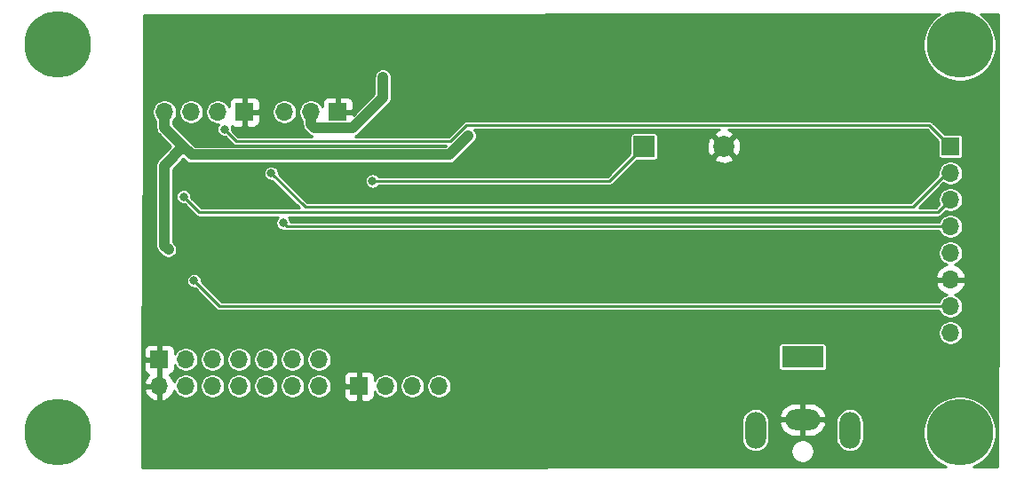
<source format=gbr>
%TF.GenerationSoftware,KiCad,Pcbnew,(5.1.9)-1*%
%TF.CreationDate,2021-07-13T09:21:38-05:00*%
%TF.ProjectId,prueba,70727565-6261-42e6-9b69-6361645f7063,rev?*%
%TF.SameCoordinates,Original*%
%TF.FileFunction,Copper,L2,Bot*%
%TF.FilePolarity,Positive*%
%FSLAX46Y46*%
G04 Gerber Fmt 4.6, Leading zero omitted, Abs format (unit mm)*
G04 Created by KiCad (PCBNEW (5.1.9)-1) date 2021-07-13 09:21:38*
%MOMM*%
%LPD*%
G01*
G04 APERTURE LIST*
%TA.AperFunction,ComponentPad*%
%ADD10R,2.000000X2.000000*%
%TD*%
%TA.AperFunction,ComponentPad*%
%ADD11C,2.000000*%
%TD*%
%TA.AperFunction,ComponentPad*%
%ADD12O,1.700000X1.700000*%
%TD*%
%TA.AperFunction,ComponentPad*%
%ADD13R,1.700000X1.700000*%
%TD*%
%TA.AperFunction,ComponentPad*%
%ADD14O,2.000000X3.500000*%
%TD*%
%TA.AperFunction,ComponentPad*%
%ADD15O,3.300000X2.000000*%
%TD*%
%TA.AperFunction,ComponentPad*%
%ADD16R,4.000000X2.000000*%
%TD*%
%TA.AperFunction,ViaPad*%
%ADD17C,6.350000*%
%TD*%
%TA.AperFunction,ViaPad*%
%ADD18C,0.800000*%
%TD*%
%TA.AperFunction,Conductor*%
%ADD19C,0.250000*%
%TD*%
%TA.AperFunction,Conductor*%
%ADD20C,1.000000*%
%TD*%
%TA.AperFunction,Conductor*%
%ADD21C,0.254000*%
%TD*%
%TA.AperFunction,Conductor*%
%ADD22C,0.100000*%
%TD*%
G04 APERTURE END LIST*
D10*
%TO.P,BZ1,1*%
%TO.N,/BUZ*%
X88900000Y-92710000D03*
D11*
%TO.P,BZ1,2*%
%TO.N,GND*%
X96500000Y-92710000D03*
%TD*%
D12*
%TO.P,J3,3*%
%TO.N,/OBS*%
X54610000Y-89408000D03*
%TO.P,J3,2*%
%TO.N,+5V*%
X57150000Y-89408000D03*
D13*
%TO.P,J3,1*%
%TO.N,GND*%
X59690000Y-89408000D03*
%TD*%
D12*
%TO.P,J5,4*%
%TO.N,+3V3*%
X43180000Y-89408000D03*
%TO.P,J5,3*%
%TO.N,/TXD0*%
X45720000Y-89408000D03*
%TO.P,J5,2*%
%TO.N,/RXD0*%
X48260000Y-89408000D03*
D13*
%TO.P,J5,1*%
%TO.N,GND*%
X50800000Y-89408000D03*
%TD*%
D12*
%TO.P,J2,4*%
%TO.N,/SCLi2c*%
X69342000Y-115570000D03*
%TO.P,J2,3*%
%TO.N,/SDAi2c*%
X66802000Y-115570000D03*
%TO.P,J2,2*%
%TO.N,+5V*%
X64262000Y-115570000D03*
D13*
%TO.P,J2,1*%
%TO.N,GND*%
X61722000Y-115570000D03*
%TD*%
D12*
%TO.P,J4,14*%
%TO.N,/IO27*%
X57912000Y-115570000D03*
%TO.P,J4,13*%
%TO.N,+5V*%
X57912000Y-113030000D03*
%TO.P,J4,12*%
%TO.N,/IO25*%
X55372000Y-115570000D03*
%TO.P,J4,11*%
%TO.N,/IO26*%
X55372000Y-113030000D03*
%TO.P,J4,10*%
%TO.N,/IO32*%
X52832000Y-115570000D03*
%TO.P,J4,9*%
%TO.N,/IO33*%
X52832000Y-113030000D03*
%TO.P,J4,8*%
%TO.N,/IO34*%
X50292000Y-115570000D03*
%TO.P,J4,7*%
%TO.N,/IO35*%
X50292000Y-113030000D03*
%TO.P,J4,6*%
%TO.N,/sensVP*%
X47752000Y-115570000D03*
%TO.P,J4,5*%
%TO.N,/sensVN*%
X47752000Y-113030000D03*
%TO.P,J4,4*%
%TO.N,+3V3*%
X45212000Y-115570000D03*
%TO.P,J4,3*%
X45212000Y-113030000D03*
%TO.P,J4,2*%
%TO.N,GND*%
X42672000Y-115570000D03*
D13*
%TO.P,J4,1*%
X42672000Y-113030000D03*
%TD*%
D14*
%TO.P,J6,MP*%
%TO.N,N/C*%
X108513000Y-119776000D03*
X99513000Y-119776000D03*
D15*
%TO.P,J6,2*%
%TO.N,GND*%
X104013000Y-118776000D03*
D16*
%TO.P,J6,1*%
%TO.N,+12V*%
X104013000Y-112776000D03*
%TD*%
D12*
%TO.P,J1,8*%
%TO.N,+3V3*%
X118110000Y-110490000D03*
%TO.P,J1,7*%
%TO.N,/RST*%
X118110000Y-107950000D03*
%TO.P,J1,6*%
%TO.N,GND*%
X118110000Y-105410000D03*
%TO.P,J1,5*%
%TO.N,Net-(J1-Pad5)*%
X118110000Y-102870000D03*
%TO.P,J1,4*%
%TO.N,/MISO*%
X118110000Y-100330000D03*
%TO.P,J1,3*%
%TO.N,/MOSI*%
X118110000Y-97790000D03*
%TO.P,J1,2*%
%TO.N,/SCK*%
X118110000Y-95250000D03*
D13*
%TO.P,J1,1*%
%TO.N,/SDAspi*%
X118110000Y-92710000D03*
%TD*%
D17*
%TO.N,*%
X33000000Y-120000000D03*
X33000000Y-83000000D03*
X119000000Y-120000000D03*
X119000000Y-83000000D03*
D18*
%TO.N,/BUZ*%
X63000000Y-96000000D03*
%TO.N,GND*%
X84000000Y-86000000D03*
X86000000Y-86000000D03*
X88000000Y-86000000D03*
X90000000Y-86000000D03*
X84000000Y-88000000D03*
X86000000Y-88000000D03*
X88000000Y-88000000D03*
X90000000Y-88000000D03*
X92000000Y-86000000D03*
X94000000Y-86000000D03*
X92000000Y-88000000D03*
X94000000Y-88000000D03*
X96000000Y-88000000D03*
X96000000Y-86000000D03*
X98000000Y-86000000D03*
X98000000Y-88000000D03*
X60000000Y-87000000D03*
X60000000Y-85000000D03*
X60000000Y-83000000D03*
X60000000Y-81000000D03*
X58000000Y-87000000D03*
X58000000Y-85000000D03*
X58000000Y-83000000D03*
X58000000Y-81000000D03*
X52000000Y-87000000D03*
X52000000Y-85000000D03*
X52000000Y-83000000D03*
X52000000Y-81000000D03*
X50000000Y-87000000D03*
X50000000Y-85000000D03*
X50000000Y-83000000D03*
X50000000Y-81000000D03*
X42000000Y-118000000D03*
X42000000Y-120000000D03*
X42000000Y-122000000D03*
X44000000Y-122000000D03*
X44000000Y-120000000D03*
X44000000Y-118000000D03*
X46000000Y-120000000D03*
X46000000Y-122000000D03*
X48000000Y-122000000D03*
X48000000Y-120000000D03*
X50000000Y-120000000D03*
X50000000Y-122000000D03*
X52000000Y-122000000D03*
X52000000Y-120000000D03*
X54000000Y-120000000D03*
X54000000Y-122000000D03*
X56000000Y-122000000D03*
X56000000Y-120000000D03*
X58000000Y-120000000D03*
X58000000Y-122000000D03*
X57000000Y-118000000D03*
X55000000Y-118000000D03*
X53000000Y-118000000D03*
X51000000Y-118000000D03*
X49000000Y-118000000D03*
X47000000Y-118000000D03*
X61000000Y-118000000D03*
X61000000Y-120000000D03*
X61000000Y-122000000D03*
X63000000Y-122000000D03*
X63000000Y-120000000D03*
X65000000Y-122000000D03*
X67000000Y-122000000D03*
X69000000Y-122000000D03*
X59000000Y-118000000D03*
X48000000Y-81000000D03*
X48000000Y-83000000D03*
X48000000Y-85000000D03*
X48000000Y-87000000D03*
X46000000Y-87000000D03*
X46000000Y-85000000D03*
X46000000Y-83000000D03*
X46000000Y-81000000D03*
X44000000Y-81000000D03*
X44000000Y-83000000D03*
X44000000Y-85000000D03*
X44000000Y-87000000D03*
X42000000Y-87000000D03*
X42000000Y-85000000D03*
X42000000Y-83000000D03*
X42000000Y-81000000D03*
X56000000Y-81000000D03*
X54000000Y-81000000D03*
X54000000Y-83000000D03*
X56000000Y-83000000D03*
X56000000Y-85000000D03*
X54000000Y-85000000D03*
X54000000Y-87000000D03*
X56000000Y-87000000D03*
X94000000Y-93000000D03*
X94000000Y-95000000D03*
X94000000Y-97000000D03*
X92000000Y-97000000D03*
X92000000Y-95000000D03*
X92000000Y-93000000D03*
X90000000Y-96000000D03*
X96000000Y-96000000D03*
X100000000Y-86000000D03*
X100000000Y-88000000D03*
X102000000Y-88000000D03*
X102000000Y-86000000D03*
X104000000Y-86000000D03*
X104000000Y-88000000D03*
X106000000Y-88000000D03*
X106000000Y-86000000D03*
X82000000Y-86000000D03*
X82000000Y-88000000D03*
X87000000Y-113000000D03*
X87000000Y-111000000D03*
X85000000Y-111000000D03*
X85000000Y-113000000D03*
X89000000Y-111000000D03*
X91000000Y-111000000D03*
X93000000Y-111000000D03*
X95000000Y-111000000D03*
X112000000Y-92000000D03*
X114000000Y-92000000D03*
X114000000Y-94000000D03*
X112000000Y-94000000D03*
X112000000Y-96000000D03*
X114000000Y-96000000D03*
X116000000Y-94000000D03*
X111000000Y-110000000D03*
X111000000Y-112000000D03*
X113000000Y-112000000D03*
X113000000Y-110000000D03*
X115000000Y-110000000D03*
X113000000Y-103000000D03*
X115000000Y-103000000D03*
X115000000Y-105000000D03*
%TO.N,+3V3*%
X72136000Y-91694000D03*
X43545000Y-102544996D03*
%TO.N,+5V*%
X64008000Y-86106000D03*
%TO.N,/SDAspi*%
X48898000Y-91062000D03*
%TO.N,/SCK*%
X53340000Y-95250000D03*
%TO.N,/MOSI*%
X45000000Y-97500000D03*
%TO.N,/MISO*%
X54500002Y-100000000D03*
%TO.N,/RST*%
X46000004Y-105500000D03*
%TD*%
D19*
%TO.N,/BUZ*%
X88900000Y-92710000D02*
X85610000Y-96000000D01*
X85610000Y-96000000D02*
X63000000Y-96000000D01*
D20*
%TO.N,+3V3*%
X43180000Y-89408000D02*
X42926000Y-89662000D01*
X43180000Y-90932000D02*
X44958000Y-92710000D01*
X43180000Y-89408000D02*
X43180000Y-90932000D01*
X45748000Y-93500000D02*
X44958000Y-92710000D01*
X72136000Y-91694000D02*
X70330000Y-93500000D01*
X70330000Y-93500000D02*
X45748000Y-93500000D01*
X43145001Y-102144997D02*
X43545000Y-102544996D01*
X44958000Y-92710000D02*
X43145001Y-94522999D01*
X43145001Y-94522999D02*
X43145001Y-102144997D01*
%TO.N,+5V*%
X64008000Y-88050002D02*
X64008000Y-86106000D01*
X61100001Y-90958001D02*
X64008000Y-88050002D01*
X57497920Y-90958001D02*
X61100001Y-90958001D01*
X57150000Y-90610081D02*
X57497920Y-90958001D01*
X57150000Y-89408000D02*
X57150000Y-90610081D01*
D19*
%TO.N,/SDAspi*%
X116078000Y-90678000D02*
X118110000Y-92710000D01*
X71985260Y-90678000D02*
X116078000Y-90678000D01*
X70461260Y-92202000D02*
X71985260Y-90678000D01*
X50038000Y-92202000D02*
X70461260Y-92202000D01*
X48898000Y-91062000D02*
X50038000Y-92202000D01*
%TO.N,/SCK*%
X117750000Y-95250000D02*
X118110000Y-95250000D01*
X114500000Y-98500000D02*
X117750000Y-95250000D01*
X56590000Y-98500000D02*
X114500000Y-98500000D01*
X53340000Y-95250000D02*
X56590000Y-98500000D01*
%TO.N,/MOSI*%
X116900000Y-99000000D02*
X46500000Y-99000000D01*
X118110000Y-97790000D02*
X116900000Y-99000000D01*
X46500000Y-99000000D02*
X45000000Y-97500000D01*
%TO.N,/MISO*%
X118110000Y-100330000D02*
X54830002Y-100330000D01*
X54830002Y-100330000D02*
X54500002Y-100000000D01*
%TO.N,/RST*%
X118110000Y-107950000D02*
X48450004Y-107950000D01*
X48450004Y-107950000D02*
X46000004Y-105500000D01*
%TD*%
D21*
%TO.N,GND*%
X122648001Y-80982708D02*
X122648000Y-104336152D01*
X122555619Y-123253598D01*
X120292044Y-123255355D01*
X120658819Y-123103432D01*
X121232395Y-122720181D01*
X121720181Y-122232395D01*
X122103432Y-121658819D01*
X122367420Y-121021496D01*
X122502000Y-120344917D01*
X122502000Y-119655083D01*
X122367420Y-118978504D01*
X122103432Y-118341181D01*
X121720181Y-117767605D01*
X121232395Y-117279819D01*
X120658819Y-116896568D01*
X120021496Y-116632580D01*
X119344917Y-116498000D01*
X118655083Y-116498000D01*
X117978504Y-116632580D01*
X117341181Y-116896568D01*
X116767605Y-117279819D01*
X116279819Y-117767605D01*
X115896568Y-118341181D01*
X115632580Y-118978504D01*
X115498000Y-119655083D01*
X115498000Y-120344917D01*
X115632580Y-121021496D01*
X115896568Y-121658819D01*
X116279819Y-122232395D01*
X116767605Y-122720181D01*
X117341181Y-123103432D01*
X117712791Y-123257358D01*
X41021622Y-123316901D01*
X41042894Y-118960817D01*
X98186000Y-118960817D01*
X98186000Y-120591184D01*
X98205201Y-120786137D01*
X98281082Y-121036278D01*
X98404303Y-121266808D01*
X98570131Y-121468870D01*
X98772193Y-121634698D01*
X99002723Y-121757919D01*
X99252864Y-121833799D01*
X99513000Y-121859420D01*
X99773137Y-121833799D01*
X100023278Y-121757919D01*
X100197117Y-121665000D01*
X102886000Y-121665000D01*
X102886000Y-121887000D01*
X102929310Y-122104734D01*
X103014266Y-122309835D01*
X103137602Y-122494421D01*
X103294579Y-122651398D01*
X103479165Y-122774734D01*
X103684266Y-122859690D01*
X103902000Y-122903000D01*
X104124000Y-122903000D01*
X104341734Y-122859690D01*
X104546835Y-122774734D01*
X104731421Y-122651398D01*
X104888398Y-122494421D01*
X105011734Y-122309835D01*
X105096690Y-122104734D01*
X105140000Y-121887000D01*
X105140000Y-121665000D01*
X105096690Y-121447266D01*
X105011734Y-121242165D01*
X104888398Y-121057579D01*
X104731421Y-120900602D01*
X104546835Y-120777266D01*
X104341734Y-120692310D01*
X104124000Y-120649000D01*
X103902000Y-120649000D01*
X103684266Y-120692310D01*
X103479165Y-120777266D01*
X103294579Y-120900602D01*
X103137602Y-121057579D01*
X103014266Y-121242165D01*
X102929310Y-121447266D01*
X102886000Y-121665000D01*
X100197117Y-121665000D01*
X100253808Y-121634698D01*
X100455870Y-121468870D01*
X100621698Y-121266808D01*
X100744919Y-121036278D01*
X100820799Y-120786137D01*
X100840000Y-120591184D01*
X100840000Y-119156434D01*
X101772876Y-119156434D01*
X101803856Y-119284355D01*
X101932990Y-119578761D01*
X102117078Y-119842317D01*
X102349046Y-120064895D01*
X102619980Y-120237942D01*
X102919468Y-120354807D01*
X103236000Y-120411000D01*
X103886000Y-120411000D01*
X103886000Y-118903000D01*
X104140000Y-118903000D01*
X104140000Y-120411000D01*
X104790000Y-120411000D01*
X105106532Y-120354807D01*
X105406020Y-120237942D01*
X105676954Y-120064895D01*
X105908922Y-119842317D01*
X106093010Y-119578761D01*
X106222144Y-119284355D01*
X106253124Y-119156434D01*
X106161005Y-118960817D01*
X107186000Y-118960817D01*
X107186000Y-120591184D01*
X107205201Y-120786137D01*
X107281082Y-121036278D01*
X107404303Y-121266808D01*
X107570131Y-121468870D01*
X107772193Y-121634698D01*
X108002723Y-121757919D01*
X108252864Y-121833799D01*
X108513000Y-121859420D01*
X108773137Y-121833799D01*
X109023278Y-121757919D01*
X109253808Y-121634698D01*
X109455870Y-121468870D01*
X109621698Y-121266808D01*
X109744919Y-121036278D01*
X109820799Y-120786137D01*
X109840000Y-120591184D01*
X109840000Y-118960816D01*
X109820799Y-118765863D01*
X109744919Y-118515722D01*
X109621698Y-118285192D01*
X109455870Y-118083130D01*
X109253807Y-117917302D01*
X109023277Y-117794081D01*
X108773136Y-117718201D01*
X108513000Y-117692580D01*
X108252863Y-117718201D01*
X108002722Y-117794081D01*
X107772192Y-117917302D01*
X107570130Y-118083130D01*
X107404302Y-118285193D01*
X107281081Y-118515723D01*
X107205201Y-118765864D01*
X107186000Y-118960817D01*
X106161005Y-118960817D01*
X106133777Y-118903000D01*
X104140000Y-118903000D01*
X103886000Y-118903000D01*
X101892223Y-118903000D01*
X101772876Y-119156434D01*
X100840000Y-119156434D01*
X100840000Y-118960816D01*
X100820799Y-118765863D01*
X100744919Y-118515722D01*
X100680695Y-118395566D01*
X101772876Y-118395566D01*
X101892223Y-118649000D01*
X103886000Y-118649000D01*
X103886000Y-117141000D01*
X104140000Y-117141000D01*
X104140000Y-118649000D01*
X106133777Y-118649000D01*
X106253124Y-118395566D01*
X106222144Y-118267645D01*
X106093010Y-117973239D01*
X105908922Y-117709683D01*
X105676954Y-117487105D01*
X105406020Y-117314058D01*
X105106532Y-117197193D01*
X104790000Y-117141000D01*
X104140000Y-117141000D01*
X103886000Y-117141000D01*
X103236000Y-117141000D01*
X102919468Y-117197193D01*
X102619980Y-117314058D01*
X102349046Y-117487105D01*
X102117078Y-117709683D01*
X101932990Y-117973239D01*
X101803856Y-118267645D01*
X101772876Y-118395566D01*
X100680695Y-118395566D01*
X100621698Y-118285192D01*
X100455870Y-118083130D01*
X100253807Y-117917302D01*
X100023277Y-117794081D01*
X99773136Y-117718201D01*
X99513000Y-117692580D01*
X99252863Y-117718201D01*
X99002722Y-117794081D01*
X98772192Y-117917302D01*
X98570130Y-118083130D01*
X98404302Y-118285193D01*
X98281081Y-118515723D01*
X98205201Y-118765864D01*
X98186000Y-118960817D01*
X41042894Y-118960817D01*
X41057710Y-115926891D01*
X41230519Y-115926891D01*
X41327843Y-116201252D01*
X41476822Y-116451355D01*
X41671731Y-116667588D01*
X41905080Y-116841641D01*
X42167901Y-116966825D01*
X42315110Y-117011476D01*
X42545000Y-116890155D01*
X42545000Y-115697000D01*
X41351186Y-115697000D01*
X41230519Y-115926891D01*
X41057710Y-115926891D01*
X41067706Y-113880000D01*
X41183928Y-113880000D01*
X41196188Y-114004482D01*
X41232498Y-114124180D01*
X41291463Y-114234494D01*
X41370815Y-114331185D01*
X41467506Y-114410537D01*
X41577820Y-114469502D01*
X41653626Y-114492498D01*
X41476822Y-114688645D01*
X41327843Y-114938748D01*
X41230519Y-115213109D01*
X41351186Y-115443000D01*
X42545000Y-115443000D01*
X42545000Y-113157000D01*
X41345750Y-113157000D01*
X41187000Y-113315750D01*
X41183928Y-113880000D01*
X41067706Y-113880000D01*
X41076007Y-112180000D01*
X41183928Y-112180000D01*
X41187000Y-112744250D01*
X41345750Y-112903000D01*
X42545000Y-112903000D01*
X42545000Y-111703750D01*
X42799000Y-111703750D01*
X42799000Y-112903000D01*
X42819000Y-112903000D01*
X42819000Y-113157000D01*
X42799000Y-113157000D01*
X42799000Y-115443000D01*
X42819000Y-115443000D01*
X42819000Y-115697000D01*
X42799000Y-115697000D01*
X42799000Y-116890155D01*
X43028890Y-117011476D01*
X43176099Y-116966825D01*
X43438920Y-116841641D01*
X43672269Y-116667588D01*
X43867178Y-116451355D01*
X44016157Y-116201252D01*
X44100736Y-115962821D01*
X44168956Y-116127519D01*
X44297764Y-116320294D01*
X44461706Y-116484236D01*
X44654481Y-116613044D01*
X44868682Y-116701769D01*
X45096076Y-116747000D01*
X45327924Y-116747000D01*
X45555318Y-116701769D01*
X45769519Y-116613044D01*
X45962294Y-116484236D01*
X46126236Y-116320294D01*
X46255044Y-116127519D01*
X46343769Y-115913318D01*
X46389000Y-115685924D01*
X46389000Y-115454076D01*
X46575000Y-115454076D01*
X46575000Y-115685924D01*
X46620231Y-115913318D01*
X46708956Y-116127519D01*
X46837764Y-116320294D01*
X47001706Y-116484236D01*
X47194481Y-116613044D01*
X47408682Y-116701769D01*
X47636076Y-116747000D01*
X47867924Y-116747000D01*
X48095318Y-116701769D01*
X48309519Y-116613044D01*
X48502294Y-116484236D01*
X48666236Y-116320294D01*
X48795044Y-116127519D01*
X48883769Y-115913318D01*
X48929000Y-115685924D01*
X48929000Y-115454076D01*
X49115000Y-115454076D01*
X49115000Y-115685924D01*
X49160231Y-115913318D01*
X49248956Y-116127519D01*
X49377764Y-116320294D01*
X49541706Y-116484236D01*
X49734481Y-116613044D01*
X49948682Y-116701769D01*
X50176076Y-116747000D01*
X50407924Y-116747000D01*
X50635318Y-116701769D01*
X50849519Y-116613044D01*
X51042294Y-116484236D01*
X51206236Y-116320294D01*
X51335044Y-116127519D01*
X51423769Y-115913318D01*
X51469000Y-115685924D01*
X51469000Y-115454076D01*
X51655000Y-115454076D01*
X51655000Y-115685924D01*
X51700231Y-115913318D01*
X51788956Y-116127519D01*
X51917764Y-116320294D01*
X52081706Y-116484236D01*
X52274481Y-116613044D01*
X52488682Y-116701769D01*
X52716076Y-116747000D01*
X52947924Y-116747000D01*
X53175318Y-116701769D01*
X53389519Y-116613044D01*
X53582294Y-116484236D01*
X53746236Y-116320294D01*
X53875044Y-116127519D01*
X53963769Y-115913318D01*
X54009000Y-115685924D01*
X54009000Y-115454076D01*
X54195000Y-115454076D01*
X54195000Y-115685924D01*
X54240231Y-115913318D01*
X54328956Y-116127519D01*
X54457764Y-116320294D01*
X54621706Y-116484236D01*
X54814481Y-116613044D01*
X55028682Y-116701769D01*
X55256076Y-116747000D01*
X55487924Y-116747000D01*
X55715318Y-116701769D01*
X55929519Y-116613044D01*
X56122294Y-116484236D01*
X56286236Y-116320294D01*
X56415044Y-116127519D01*
X56503769Y-115913318D01*
X56549000Y-115685924D01*
X56549000Y-115454076D01*
X56735000Y-115454076D01*
X56735000Y-115685924D01*
X56780231Y-115913318D01*
X56868956Y-116127519D01*
X56997764Y-116320294D01*
X57161706Y-116484236D01*
X57354481Y-116613044D01*
X57568682Y-116701769D01*
X57796076Y-116747000D01*
X58027924Y-116747000D01*
X58255318Y-116701769D01*
X58469519Y-116613044D01*
X58662294Y-116484236D01*
X58726530Y-116420000D01*
X60233928Y-116420000D01*
X60246188Y-116544482D01*
X60282498Y-116664180D01*
X60341463Y-116774494D01*
X60420815Y-116871185D01*
X60517506Y-116950537D01*
X60627820Y-117009502D01*
X60747518Y-117045812D01*
X60872000Y-117058072D01*
X61436250Y-117055000D01*
X61595000Y-116896250D01*
X61595000Y-115697000D01*
X60395750Y-115697000D01*
X60237000Y-115855750D01*
X60233928Y-116420000D01*
X58726530Y-116420000D01*
X58826236Y-116320294D01*
X58955044Y-116127519D01*
X59043769Y-115913318D01*
X59089000Y-115685924D01*
X59089000Y-115454076D01*
X59043769Y-115226682D01*
X58955044Y-115012481D01*
X58826236Y-114819706D01*
X58726530Y-114720000D01*
X60233928Y-114720000D01*
X60237000Y-115284250D01*
X60395750Y-115443000D01*
X61595000Y-115443000D01*
X61595000Y-114243750D01*
X61849000Y-114243750D01*
X61849000Y-115443000D01*
X61869000Y-115443000D01*
X61869000Y-115697000D01*
X61849000Y-115697000D01*
X61849000Y-116896250D01*
X62007750Y-117055000D01*
X62572000Y-117058072D01*
X62696482Y-117045812D01*
X62816180Y-117009502D01*
X62926494Y-116950537D01*
X63023185Y-116871185D01*
X63102537Y-116774494D01*
X63161502Y-116664180D01*
X63197812Y-116544482D01*
X63210072Y-116420000D01*
X63208340Y-116101890D01*
X63218956Y-116127519D01*
X63347764Y-116320294D01*
X63511706Y-116484236D01*
X63704481Y-116613044D01*
X63918682Y-116701769D01*
X64146076Y-116747000D01*
X64377924Y-116747000D01*
X64605318Y-116701769D01*
X64819519Y-116613044D01*
X65012294Y-116484236D01*
X65176236Y-116320294D01*
X65305044Y-116127519D01*
X65393769Y-115913318D01*
X65439000Y-115685924D01*
X65439000Y-115454076D01*
X65625000Y-115454076D01*
X65625000Y-115685924D01*
X65670231Y-115913318D01*
X65758956Y-116127519D01*
X65887764Y-116320294D01*
X66051706Y-116484236D01*
X66244481Y-116613044D01*
X66458682Y-116701769D01*
X66686076Y-116747000D01*
X66917924Y-116747000D01*
X67145318Y-116701769D01*
X67359519Y-116613044D01*
X67552294Y-116484236D01*
X67716236Y-116320294D01*
X67845044Y-116127519D01*
X67933769Y-115913318D01*
X67979000Y-115685924D01*
X67979000Y-115454076D01*
X68165000Y-115454076D01*
X68165000Y-115685924D01*
X68210231Y-115913318D01*
X68298956Y-116127519D01*
X68427764Y-116320294D01*
X68591706Y-116484236D01*
X68784481Y-116613044D01*
X68998682Y-116701769D01*
X69226076Y-116747000D01*
X69457924Y-116747000D01*
X69685318Y-116701769D01*
X69899519Y-116613044D01*
X70092294Y-116484236D01*
X70256236Y-116320294D01*
X70385044Y-116127519D01*
X70473769Y-115913318D01*
X70519000Y-115685924D01*
X70519000Y-115454076D01*
X70473769Y-115226682D01*
X70385044Y-115012481D01*
X70256236Y-114819706D01*
X70092294Y-114655764D01*
X69899519Y-114526956D01*
X69685318Y-114438231D01*
X69457924Y-114393000D01*
X69226076Y-114393000D01*
X68998682Y-114438231D01*
X68784481Y-114526956D01*
X68591706Y-114655764D01*
X68427764Y-114819706D01*
X68298956Y-115012481D01*
X68210231Y-115226682D01*
X68165000Y-115454076D01*
X67979000Y-115454076D01*
X67933769Y-115226682D01*
X67845044Y-115012481D01*
X67716236Y-114819706D01*
X67552294Y-114655764D01*
X67359519Y-114526956D01*
X67145318Y-114438231D01*
X66917924Y-114393000D01*
X66686076Y-114393000D01*
X66458682Y-114438231D01*
X66244481Y-114526956D01*
X66051706Y-114655764D01*
X65887764Y-114819706D01*
X65758956Y-115012481D01*
X65670231Y-115226682D01*
X65625000Y-115454076D01*
X65439000Y-115454076D01*
X65393769Y-115226682D01*
X65305044Y-115012481D01*
X65176236Y-114819706D01*
X65012294Y-114655764D01*
X64819519Y-114526956D01*
X64605318Y-114438231D01*
X64377924Y-114393000D01*
X64146076Y-114393000D01*
X63918682Y-114438231D01*
X63704481Y-114526956D01*
X63511706Y-114655764D01*
X63347764Y-114819706D01*
X63218956Y-115012481D01*
X63208340Y-115038110D01*
X63210072Y-114720000D01*
X63197812Y-114595518D01*
X63161502Y-114475820D01*
X63102537Y-114365506D01*
X63023185Y-114268815D01*
X62926494Y-114189463D01*
X62816180Y-114130498D01*
X62696482Y-114094188D01*
X62572000Y-114081928D01*
X62007750Y-114085000D01*
X61849000Y-114243750D01*
X61595000Y-114243750D01*
X61436250Y-114085000D01*
X60872000Y-114081928D01*
X60747518Y-114094188D01*
X60627820Y-114130498D01*
X60517506Y-114189463D01*
X60420815Y-114268815D01*
X60341463Y-114365506D01*
X60282498Y-114475820D01*
X60246188Y-114595518D01*
X60233928Y-114720000D01*
X58726530Y-114720000D01*
X58662294Y-114655764D01*
X58469519Y-114526956D01*
X58255318Y-114438231D01*
X58027924Y-114393000D01*
X57796076Y-114393000D01*
X57568682Y-114438231D01*
X57354481Y-114526956D01*
X57161706Y-114655764D01*
X56997764Y-114819706D01*
X56868956Y-115012481D01*
X56780231Y-115226682D01*
X56735000Y-115454076D01*
X56549000Y-115454076D01*
X56503769Y-115226682D01*
X56415044Y-115012481D01*
X56286236Y-114819706D01*
X56122294Y-114655764D01*
X55929519Y-114526956D01*
X55715318Y-114438231D01*
X55487924Y-114393000D01*
X55256076Y-114393000D01*
X55028682Y-114438231D01*
X54814481Y-114526956D01*
X54621706Y-114655764D01*
X54457764Y-114819706D01*
X54328956Y-115012481D01*
X54240231Y-115226682D01*
X54195000Y-115454076D01*
X54009000Y-115454076D01*
X53963769Y-115226682D01*
X53875044Y-115012481D01*
X53746236Y-114819706D01*
X53582294Y-114655764D01*
X53389519Y-114526956D01*
X53175318Y-114438231D01*
X52947924Y-114393000D01*
X52716076Y-114393000D01*
X52488682Y-114438231D01*
X52274481Y-114526956D01*
X52081706Y-114655764D01*
X51917764Y-114819706D01*
X51788956Y-115012481D01*
X51700231Y-115226682D01*
X51655000Y-115454076D01*
X51469000Y-115454076D01*
X51423769Y-115226682D01*
X51335044Y-115012481D01*
X51206236Y-114819706D01*
X51042294Y-114655764D01*
X50849519Y-114526956D01*
X50635318Y-114438231D01*
X50407924Y-114393000D01*
X50176076Y-114393000D01*
X49948682Y-114438231D01*
X49734481Y-114526956D01*
X49541706Y-114655764D01*
X49377764Y-114819706D01*
X49248956Y-115012481D01*
X49160231Y-115226682D01*
X49115000Y-115454076D01*
X48929000Y-115454076D01*
X48883769Y-115226682D01*
X48795044Y-115012481D01*
X48666236Y-114819706D01*
X48502294Y-114655764D01*
X48309519Y-114526956D01*
X48095318Y-114438231D01*
X47867924Y-114393000D01*
X47636076Y-114393000D01*
X47408682Y-114438231D01*
X47194481Y-114526956D01*
X47001706Y-114655764D01*
X46837764Y-114819706D01*
X46708956Y-115012481D01*
X46620231Y-115226682D01*
X46575000Y-115454076D01*
X46389000Y-115454076D01*
X46343769Y-115226682D01*
X46255044Y-115012481D01*
X46126236Y-114819706D01*
X45962294Y-114655764D01*
X45769519Y-114526956D01*
X45555318Y-114438231D01*
X45327924Y-114393000D01*
X45096076Y-114393000D01*
X44868682Y-114438231D01*
X44654481Y-114526956D01*
X44461706Y-114655764D01*
X44297764Y-114819706D01*
X44168956Y-115012481D01*
X44100736Y-115177179D01*
X44016157Y-114938748D01*
X43867178Y-114688645D01*
X43690374Y-114492498D01*
X43766180Y-114469502D01*
X43876494Y-114410537D01*
X43973185Y-114331185D01*
X44052537Y-114234494D01*
X44111502Y-114124180D01*
X44147812Y-114004482D01*
X44160072Y-113880000D01*
X44158340Y-113561890D01*
X44168956Y-113587519D01*
X44297764Y-113780294D01*
X44461706Y-113944236D01*
X44654481Y-114073044D01*
X44868682Y-114161769D01*
X45096076Y-114207000D01*
X45327924Y-114207000D01*
X45555318Y-114161769D01*
X45769519Y-114073044D01*
X45962294Y-113944236D01*
X46126236Y-113780294D01*
X46255044Y-113587519D01*
X46343769Y-113373318D01*
X46389000Y-113145924D01*
X46389000Y-112914076D01*
X46575000Y-112914076D01*
X46575000Y-113145924D01*
X46620231Y-113373318D01*
X46708956Y-113587519D01*
X46837764Y-113780294D01*
X47001706Y-113944236D01*
X47194481Y-114073044D01*
X47408682Y-114161769D01*
X47636076Y-114207000D01*
X47867924Y-114207000D01*
X48095318Y-114161769D01*
X48309519Y-114073044D01*
X48502294Y-113944236D01*
X48666236Y-113780294D01*
X48795044Y-113587519D01*
X48883769Y-113373318D01*
X48929000Y-113145924D01*
X48929000Y-112914076D01*
X49115000Y-112914076D01*
X49115000Y-113145924D01*
X49160231Y-113373318D01*
X49248956Y-113587519D01*
X49377764Y-113780294D01*
X49541706Y-113944236D01*
X49734481Y-114073044D01*
X49948682Y-114161769D01*
X50176076Y-114207000D01*
X50407924Y-114207000D01*
X50635318Y-114161769D01*
X50849519Y-114073044D01*
X51042294Y-113944236D01*
X51206236Y-113780294D01*
X51335044Y-113587519D01*
X51423769Y-113373318D01*
X51469000Y-113145924D01*
X51469000Y-112914076D01*
X51655000Y-112914076D01*
X51655000Y-113145924D01*
X51700231Y-113373318D01*
X51788956Y-113587519D01*
X51917764Y-113780294D01*
X52081706Y-113944236D01*
X52274481Y-114073044D01*
X52488682Y-114161769D01*
X52716076Y-114207000D01*
X52947924Y-114207000D01*
X53175318Y-114161769D01*
X53389519Y-114073044D01*
X53582294Y-113944236D01*
X53746236Y-113780294D01*
X53875044Y-113587519D01*
X53963769Y-113373318D01*
X54009000Y-113145924D01*
X54009000Y-112914076D01*
X54195000Y-112914076D01*
X54195000Y-113145924D01*
X54240231Y-113373318D01*
X54328956Y-113587519D01*
X54457764Y-113780294D01*
X54621706Y-113944236D01*
X54814481Y-114073044D01*
X55028682Y-114161769D01*
X55256076Y-114207000D01*
X55487924Y-114207000D01*
X55715318Y-114161769D01*
X55929519Y-114073044D01*
X56122294Y-113944236D01*
X56286236Y-113780294D01*
X56415044Y-113587519D01*
X56503769Y-113373318D01*
X56549000Y-113145924D01*
X56549000Y-112914076D01*
X56735000Y-112914076D01*
X56735000Y-113145924D01*
X56780231Y-113373318D01*
X56868956Y-113587519D01*
X56997764Y-113780294D01*
X57161706Y-113944236D01*
X57354481Y-114073044D01*
X57568682Y-114161769D01*
X57796076Y-114207000D01*
X58027924Y-114207000D01*
X58255318Y-114161769D01*
X58469519Y-114073044D01*
X58662294Y-113944236D01*
X58826236Y-113780294D01*
X58955044Y-113587519D01*
X59043769Y-113373318D01*
X59089000Y-113145924D01*
X59089000Y-112914076D01*
X59043769Y-112686682D01*
X58955044Y-112472481D01*
X58826236Y-112279706D01*
X58662294Y-112115764D01*
X58469519Y-111986956D01*
X58255318Y-111898231D01*
X58027924Y-111853000D01*
X57796076Y-111853000D01*
X57568682Y-111898231D01*
X57354481Y-111986956D01*
X57161706Y-112115764D01*
X56997764Y-112279706D01*
X56868956Y-112472481D01*
X56780231Y-112686682D01*
X56735000Y-112914076D01*
X56549000Y-112914076D01*
X56503769Y-112686682D01*
X56415044Y-112472481D01*
X56286236Y-112279706D01*
X56122294Y-112115764D01*
X55929519Y-111986956D01*
X55715318Y-111898231D01*
X55487924Y-111853000D01*
X55256076Y-111853000D01*
X55028682Y-111898231D01*
X54814481Y-111986956D01*
X54621706Y-112115764D01*
X54457764Y-112279706D01*
X54328956Y-112472481D01*
X54240231Y-112686682D01*
X54195000Y-112914076D01*
X54009000Y-112914076D01*
X53963769Y-112686682D01*
X53875044Y-112472481D01*
X53746236Y-112279706D01*
X53582294Y-112115764D01*
X53389519Y-111986956D01*
X53175318Y-111898231D01*
X52947924Y-111853000D01*
X52716076Y-111853000D01*
X52488682Y-111898231D01*
X52274481Y-111986956D01*
X52081706Y-112115764D01*
X51917764Y-112279706D01*
X51788956Y-112472481D01*
X51700231Y-112686682D01*
X51655000Y-112914076D01*
X51469000Y-112914076D01*
X51423769Y-112686682D01*
X51335044Y-112472481D01*
X51206236Y-112279706D01*
X51042294Y-112115764D01*
X50849519Y-111986956D01*
X50635318Y-111898231D01*
X50407924Y-111853000D01*
X50176076Y-111853000D01*
X49948682Y-111898231D01*
X49734481Y-111986956D01*
X49541706Y-112115764D01*
X49377764Y-112279706D01*
X49248956Y-112472481D01*
X49160231Y-112686682D01*
X49115000Y-112914076D01*
X48929000Y-112914076D01*
X48883769Y-112686682D01*
X48795044Y-112472481D01*
X48666236Y-112279706D01*
X48502294Y-112115764D01*
X48309519Y-111986956D01*
X48095318Y-111898231D01*
X47867924Y-111853000D01*
X47636076Y-111853000D01*
X47408682Y-111898231D01*
X47194481Y-111986956D01*
X47001706Y-112115764D01*
X46837764Y-112279706D01*
X46708956Y-112472481D01*
X46620231Y-112686682D01*
X46575000Y-112914076D01*
X46389000Y-112914076D01*
X46343769Y-112686682D01*
X46255044Y-112472481D01*
X46126236Y-112279706D01*
X45962294Y-112115764D01*
X45769519Y-111986956D01*
X45555318Y-111898231D01*
X45327924Y-111853000D01*
X45096076Y-111853000D01*
X44868682Y-111898231D01*
X44654481Y-111986956D01*
X44461706Y-112115764D01*
X44297764Y-112279706D01*
X44168956Y-112472481D01*
X44158340Y-112498110D01*
X44160072Y-112180000D01*
X44147812Y-112055518D01*
X44111502Y-111935820D01*
X44052537Y-111825506D01*
X44011909Y-111776000D01*
X101684418Y-111776000D01*
X101684418Y-113776000D01*
X101690732Y-113840103D01*
X101709430Y-113901743D01*
X101739794Y-113958550D01*
X101780657Y-114008343D01*
X101830450Y-114049206D01*
X101887257Y-114079570D01*
X101948897Y-114098268D01*
X102013000Y-114104582D01*
X106013000Y-114104582D01*
X106077103Y-114098268D01*
X106138743Y-114079570D01*
X106195550Y-114049206D01*
X106245343Y-114008343D01*
X106286206Y-113958550D01*
X106316570Y-113901743D01*
X106335268Y-113840103D01*
X106341582Y-113776000D01*
X106341582Y-111776000D01*
X106335268Y-111711897D01*
X106316570Y-111650257D01*
X106286206Y-111593450D01*
X106245343Y-111543657D01*
X106195550Y-111502794D01*
X106138743Y-111472430D01*
X106077103Y-111453732D01*
X106013000Y-111447418D01*
X102013000Y-111447418D01*
X101948897Y-111453732D01*
X101887257Y-111472430D01*
X101830450Y-111502794D01*
X101780657Y-111543657D01*
X101739794Y-111593450D01*
X101709430Y-111650257D01*
X101690732Y-111711897D01*
X101684418Y-111776000D01*
X44011909Y-111776000D01*
X43973185Y-111728815D01*
X43876494Y-111649463D01*
X43766180Y-111590498D01*
X43646482Y-111554188D01*
X43522000Y-111541928D01*
X42957750Y-111545000D01*
X42799000Y-111703750D01*
X42545000Y-111703750D01*
X42386250Y-111545000D01*
X41822000Y-111541928D01*
X41697518Y-111554188D01*
X41577820Y-111590498D01*
X41467506Y-111649463D01*
X41370815Y-111728815D01*
X41291463Y-111825506D01*
X41232498Y-111935820D01*
X41196188Y-112055518D01*
X41183928Y-112180000D01*
X41076007Y-112180000D01*
X41084825Y-110374076D01*
X116933000Y-110374076D01*
X116933000Y-110605924D01*
X116978231Y-110833318D01*
X117066956Y-111047519D01*
X117195764Y-111240294D01*
X117359706Y-111404236D01*
X117552481Y-111533044D01*
X117766682Y-111621769D01*
X117994076Y-111667000D01*
X118225924Y-111667000D01*
X118453318Y-111621769D01*
X118667519Y-111533044D01*
X118860294Y-111404236D01*
X119024236Y-111240294D01*
X119153044Y-111047519D01*
X119241769Y-110833318D01*
X119287000Y-110605924D01*
X119287000Y-110374076D01*
X119241769Y-110146682D01*
X119153044Y-109932481D01*
X119024236Y-109739706D01*
X118860294Y-109575764D01*
X118667519Y-109446956D01*
X118453318Y-109358231D01*
X118225924Y-109313000D01*
X117994076Y-109313000D01*
X117766682Y-109358231D01*
X117552481Y-109446956D01*
X117359706Y-109575764D01*
X117195764Y-109739706D01*
X117066956Y-109932481D01*
X116978231Y-110146682D01*
X116933000Y-110374076D01*
X41084825Y-110374076D01*
X41108977Y-105428397D01*
X45273004Y-105428397D01*
X45273004Y-105571603D01*
X45300942Y-105712058D01*
X45355745Y-105844364D01*
X45435306Y-105963436D01*
X45536568Y-106064698D01*
X45655640Y-106144259D01*
X45787946Y-106199062D01*
X45928401Y-106227000D01*
X46071607Y-106227000D01*
X46085097Y-106224317D01*
X48114690Y-108253911D01*
X48128845Y-108271159D01*
X48197671Y-108327643D01*
X48276194Y-108369614D01*
X48341566Y-108389444D01*
X48361396Y-108395460D01*
X48450003Y-108404187D01*
X48472208Y-108402000D01*
X117023249Y-108402000D01*
X117066956Y-108507519D01*
X117195764Y-108700294D01*
X117359706Y-108864236D01*
X117552481Y-108993044D01*
X117766682Y-109081769D01*
X117994076Y-109127000D01*
X118225924Y-109127000D01*
X118453318Y-109081769D01*
X118667519Y-108993044D01*
X118860294Y-108864236D01*
X119024236Y-108700294D01*
X119153044Y-108507519D01*
X119241769Y-108293318D01*
X119287000Y-108065924D01*
X119287000Y-107834076D01*
X119241769Y-107606682D01*
X119153044Y-107392481D01*
X119024236Y-107199706D01*
X118860294Y-107035764D01*
X118667519Y-106906956D01*
X118502821Y-106838736D01*
X118741252Y-106754157D01*
X118991355Y-106605178D01*
X119207588Y-106410269D01*
X119381641Y-106176920D01*
X119506825Y-105914099D01*
X119551476Y-105766890D01*
X119430155Y-105537000D01*
X118237000Y-105537000D01*
X118237000Y-105557000D01*
X117983000Y-105557000D01*
X117983000Y-105537000D01*
X116789845Y-105537000D01*
X116668524Y-105766890D01*
X116713175Y-105914099D01*
X116838359Y-106176920D01*
X117012412Y-106410269D01*
X117228645Y-106605178D01*
X117478748Y-106754157D01*
X117717179Y-106838736D01*
X117552481Y-106906956D01*
X117359706Y-107035764D01*
X117195764Y-107199706D01*
X117066956Y-107392481D01*
X117023249Y-107498000D01*
X48637229Y-107498000D01*
X46724321Y-105585093D01*
X46727004Y-105571603D01*
X46727004Y-105428397D01*
X46699066Y-105287942D01*
X46644263Y-105155636D01*
X46575758Y-105053110D01*
X116668524Y-105053110D01*
X116789845Y-105283000D01*
X117983000Y-105283000D01*
X117983000Y-105263000D01*
X118237000Y-105263000D01*
X118237000Y-105283000D01*
X119430155Y-105283000D01*
X119551476Y-105053110D01*
X119506825Y-104905901D01*
X119381641Y-104643080D01*
X119207588Y-104409731D01*
X118991355Y-104214822D01*
X118741252Y-104065843D01*
X118502821Y-103981264D01*
X118667519Y-103913044D01*
X118860294Y-103784236D01*
X119024236Y-103620294D01*
X119153044Y-103427519D01*
X119241769Y-103213318D01*
X119287000Y-102985924D01*
X119287000Y-102754076D01*
X119241769Y-102526682D01*
X119153044Y-102312481D01*
X119024236Y-102119706D01*
X118860294Y-101955764D01*
X118667519Y-101826956D01*
X118453318Y-101738231D01*
X118225924Y-101693000D01*
X117994076Y-101693000D01*
X117766682Y-101738231D01*
X117552481Y-101826956D01*
X117359706Y-101955764D01*
X117195764Y-102119706D01*
X117066956Y-102312481D01*
X116978231Y-102526682D01*
X116933000Y-102754076D01*
X116933000Y-102985924D01*
X116978231Y-103213318D01*
X117066956Y-103427519D01*
X117195764Y-103620294D01*
X117359706Y-103784236D01*
X117552481Y-103913044D01*
X117717179Y-103981264D01*
X117478748Y-104065843D01*
X117228645Y-104214822D01*
X117012412Y-104409731D01*
X116838359Y-104643080D01*
X116713175Y-104905901D01*
X116668524Y-105053110D01*
X46575758Y-105053110D01*
X46564702Y-105036564D01*
X46463440Y-104935302D01*
X46344368Y-104855741D01*
X46212062Y-104800938D01*
X46071607Y-104773000D01*
X45928401Y-104773000D01*
X45787946Y-104800938D01*
X45655640Y-104855741D01*
X45536568Y-104935302D01*
X45435306Y-105036564D01*
X45355745Y-105155636D01*
X45300942Y-105287942D01*
X45273004Y-105428397D01*
X41108977Y-105428397D01*
X41187778Y-89292076D01*
X42003000Y-89292076D01*
X42003000Y-89523924D01*
X42048231Y-89751318D01*
X42136956Y-89965519D01*
X42204710Y-90066920D01*
X42235048Y-90123679D01*
X42338394Y-90249606D01*
X42353001Y-90261593D01*
X42353001Y-90891377D01*
X42349000Y-90932000D01*
X42364967Y-91094120D01*
X42412256Y-91250010D01*
X42489048Y-91393679D01*
X42566498Y-91488051D01*
X42592395Y-91519606D01*
X42623948Y-91545501D01*
X43788446Y-92710000D01*
X42588953Y-93909494D01*
X42557395Y-93935393D01*
X42531499Y-93966948D01*
X42454049Y-94061320D01*
X42426157Y-94113503D01*
X42377256Y-94204990D01*
X42329967Y-94360880D01*
X42318001Y-94482376D01*
X42318001Y-94482385D01*
X42314001Y-94522999D01*
X42318001Y-94563613D01*
X42318002Y-102104373D01*
X42314001Y-102144997D01*
X42329968Y-102307117D01*
X42377257Y-102463007D01*
X42454049Y-102606676D01*
X42531499Y-102701048D01*
X42557396Y-102732603D01*
X42588949Y-102758498D01*
X42988949Y-103158498D01*
X43083321Y-103235948D01*
X43226989Y-103312740D01*
X43382879Y-103360029D01*
X43544999Y-103375996D01*
X43707120Y-103360029D01*
X43863010Y-103312740D01*
X44006679Y-103235948D01*
X44132606Y-103132602D01*
X44235952Y-103006675D01*
X44312744Y-102863006D01*
X44360033Y-102707116D01*
X44376000Y-102544995D01*
X44360033Y-102382875D01*
X44312744Y-102226985D01*
X44235952Y-102083317D01*
X44158502Y-101988945D01*
X43972001Y-101802444D01*
X43972001Y-97428397D01*
X44273000Y-97428397D01*
X44273000Y-97571603D01*
X44300938Y-97712058D01*
X44355741Y-97844364D01*
X44435302Y-97963436D01*
X44536564Y-98064698D01*
X44655636Y-98144259D01*
X44787942Y-98199062D01*
X44928397Y-98227000D01*
X45071603Y-98227000D01*
X45085093Y-98224317D01*
X46164685Y-99303910D01*
X46178841Y-99321159D01*
X46247667Y-99377643D01*
X46326190Y-99419614D01*
X46377907Y-99435302D01*
X46411392Y-99445460D01*
X46499999Y-99454187D01*
X46522204Y-99452000D01*
X54019868Y-99452000D01*
X53935304Y-99536564D01*
X53855743Y-99655636D01*
X53800940Y-99787942D01*
X53773002Y-99928397D01*
X53773002Y-100071603D01*
X53800940Y-100212058D01*
X53855743Y-100344364D01*
X53935304Y-100463436D01*
X54036566Y-100564698D01*
X54155638Y-100644259D01*
X54287944Y-100699062D01*
X54428399Y-100727000D01*
X54571605Y-100727000D01*
X54602417Y-100720871D01*
X54656192Y-100749614D01*
X54741395Y-100775460D01*
X54807797Y-100782000D01*
X54807798Y-100782000D01*
X54830001Y-100784187D01*
X54852204Y-100782000D01*
X117023249Y-100782000D01*
X117066956Y-100887519D01*
X117195764Y-101080294D01*
X117359706Y-101244236D01*
X117552481Y-101373044D01*
X117766682Y-101461769D01*
X117994076Y-101507000D01*
X118225924Y-101507000D01*
X118453318Y-101461769D01*
X118667519Y-101373044D01*
X118860294Y-101244236D01*
X119024236Y-101080294D01*
X119153044Y-100887519D01*
X119241769Y-100673318D01*
X119287000Y-100445924D01*
X119287000Y-100214076D01*
X119241769Y-99986682D01*
X119153044Y-99772481D01*
X119024236Y-99579706D01*
X118860294Y-99415764D01*
X118667519Y-99286956D01*
X118453318Y-99198231D01*
X118225924Y-99153000D01*
X117994076Y-99153000D01*
X117766682Y-99198231D01*
X117552481Y-99286956D01*
X117359706Y-99415764D01*
X117195764Y-99579706D01*
X117066956Y-99772481D01*
X117023249Y-99878000D01*
X55216977Y-99878000D01*
X55199064Y-99787942D01*
X55144261Y-99655636D01*
X55064700Y-99536564D01*
X54980136Y-99452000D01*
X116877795Y-99452000D01*
X116900000Y-99454187D01*
X116922205Y-99452000D01*
X116988607Y-99445460D01*
X117073810Y-99419614D01*
X117152333Y-99377643D01*
X117221159Y-99321159D01*
X117235323Y-99303900D01*
X117661162Y-98878061D01*
X117766682Y-98921769D01*
X117994076Y-98967000D01*
X118225924Y-98967000D01*
X118453318Y-98921769D01*
X118667519Y-98833044D01*
X118860294Y-98704236D01*
X119024236Y-98540294D01*
X119153044Y-98347519D01*
X119241769Y-98133318D01*
X119287000Y-97905924D01*
X119287000Y-97674076D01*
X119241769Y-97446682D01*
X119153044Y-97232481D01*
X119024236Y-97039706D01*
X118860294Y-96875764D01*
X118667519Y-96746956D01*
X118453318Y-96658231D01*
X118225924Y-96613000D01*
X117994076Y-96613000D01*
X117766682Y-96658231D01*
X117552481Y-96746956D01*
X117359706Y-96875764D01*
X117195764Y-97039706D01*
X117066956Y-97232481D01*
X116978231Y-97446682D01*
X116933000Y-97674076D01*
X116933000Y-97905924D01*
X116978231Y-98133318D01*
X117021939Y-98238838D01*
X116712777Y-98548000D01*
X115091223Y-98548000D01*
X117428813Y-96210412D01*
X117552481Y-96293044D01*
X117766682Y-96381769D01*
X117994076Y-96427000D01*
X118225924Y-96427000D01*
X118453318Y-96381769D01*
X118667519Y-96293044D01*
X118860294Y-96164236D01*
X119024236Y-96000294D01*
X119153044Y-95807519D01*
X119241769Y-95593318D01*
X119287000Y-95365924D01*
X119287000Y-95134076D01*
X119241769Y-94906682D01*
X119153044Y-94692481D01*
X119024236Y-94499706D01*
X118860294Y-94335764D01*
X118667519Y-94206956D01*
X118453318Y-94118231D01*
X118225924Y-94073000D01*
X117994076Y-94073000D01*
X117766682Y-94118231D01*
X117552481Y-94206956D01*
X117359706Y-94335764D01*
X117195764Y-94499706D01*
X117066956Y-94692481D01*
X116978231Y-94906682D01*
X116933000Y-95134076D01*
X116933000Y-95365924D01*
X116943262Y-95417514D01*
X114312777Y-98048000D01*
X56777225Y-98048000D01*
X54657622Y-95928397D01*
X62273000Y-95928397D01*
X62273000Y-96071603D01*
X62300938Y-96212058D01*
X62355741Y-96344364D01*
X62435302Y-96463436D01*
X62536564Y-96564698D01*
X62655636Y-96644259D01*
X62787942Y-96699062D01*
X62928397Y-96727000D01*
X63071603Y-96727000D01*
X63212058Y-96699062D01*
X63344364Y-96644259D01*
X63463436Y-96564698D01*
X63564698Y-96463436D01*
X63572339Y-96452000D01*
X85587795Y-96452000D01*
X85610000Y-96454187D01*
X85632205Y-96452000D01*
X85698607Y-96445460D01*
X85783810Y-96419614D01*
X85862333Y-96377643D01*
X85931159Y-96321159D01*
X85945323Y-96303900D01*
X88210642Y-94038582D01*
X89900000Y-94038582D01*
X89964103Y-94032268D01*
X90025743Y-94013570D01*
X90082550Y-93983206D01*
X90132343Y-93942343D01*
X90173206Y-93892550D01*
X90198401Y-93845413D01*
X95544192Y-93845413D01*
X95639956Y-94109814D01*
X95929571Y-94250704D01*
X96241108Y-94332384D01*
X96562595Y-94351718D01*
X96881675Y-94307961D01*
X97186088Y-94202795D01*
X97360044Y-94109814D01*
X97455808Y-93845413D01*
X96500000Y-92889605D01*
X95544192Y-93845413D01*
X90198401Y-93845413D01*
X90203570Y-93835743D01*
X90222268Y-93774103D01*
X90228582Y-93710000D01*
X90228582Y-92772595D01*
X94858282Y-92772595D01*
X94902039Y-93091675D01*
X95007205Y-93396088D01*
X95100186Y-93570044D01*
X95364587Y-93665808D01*
X96320395Y-92710000D01*
X96679605Y-92710000D01*
X97635413Y-93665808D01*
X97899814Y-93570044D01*
X98040704Y-93280429D01*
X98122384Y-92968892D01*
X98141718Y-92647405D01*
X98097961Y-92328325D01*
X97992795Y-92023912D01*
X97899814Y-91849956D01*
X97635413Y-91754192D01*
X96679605Y-92710000D01*
X96320395Y-92710000D01*
X95364587Y-91754192D01*
X95100186Y-91849956D01*
X94959296Y-92139571D01*
X94877616Y-92451108D01*
X94858282Y-92772595D01*
X90228582Y-92772595D01*
X90228582Y-91710000D01*
X90222268Y-91645897D01*
X90203570Y-91584257D01*
X90173206Y-91527450D01*
X90132343Y-91477657D01*
X90082550Y-91436794D01*
X90025743Y-91406430D01*
X89964103Y-91387732D01*
X89900000Y-91381418D01*
X87900000Y-91381418D01*
X87835897Y-91387732D01*
X87774257Y-91406430D01*
X87717450Y-91436794D01*
X87667657Y-91477657D01*
X87626794Y-91527450D01*
X87596430Y-91584257D01*
X87577732Y-91645897D01*
X87571418Y-91710000D01*
X87571418Y-93399358D01*
X85422777Y-95548000D01*
X63572339Y-95548000D01*
X63564698Y-95536564D01*
X63463436Y-95435302D01*
X63344364Y-95355741D01*
X63212058Y-95300938D01*
X63071603Y-95273000D01*
X62928397Y-95273000D01*
X62787942Y-95300938D01*
X62655636Y-95355741D01*
X62536564Y-95435302D01*
X62435302Y-95536564D01*
X62355741Y-95655636D01*
X62300938Y-95787942D01*
X62273000Y-95928397D01*
X54657622Y-95928397D01*
X54064317Y-95335093D01*
X54067000Y-95321603D01*
X54067000Y-95178397D01*
X54039062Y-95037942D01*
X53984259Y-94905636D01*
X53904698Y-94786564D01*
X53803436Y-94685302D01*
X53684364Y-94605741D01*
X53552058Y-94550938D01*
X53411603Y-94523000D01*
X53268397Y-94523000D01*
X53127942Y-94550938D01*
X52995636Y-94605741D01*
X52876564Y-94685302D01*
X52775302Y-94786564D01*
X52695741Y-94905636D01*
X52640938Y-95037942D01*
X52613000Y-95178397D01*
X52613000Y-95321603D01*
X52640938Y-95462058D01*
X52695741Y-95594364D01*
X52775302Y-95713436D01*
X52876564Y-95814698D01*
X52995636Y-95894259D01*
X53127942Y-95949062D01*
X53268397Y-95977000D01*
X53411603Y-95977000D01*
X53425093Y-95974317D01*
X55998775Y-98548000D01*
X46687225Y-98548000D01*
X45724317Y-97585093D01*
X45727000Y-97571603D01*
X45727000Y-97428397D01*
X45699062Y-97287942D01*
X45644259Y-97155636D01*
X45564698Y-97036564D01*
X45463436Y-96935302D01*
X45344364Y-96855741D01*
X45212058Y-96800938D01*
X45071603Y-96773000D01*
X44928397Y-96773000D01*
X44787942Y-96800938D01*
X44655636Y-96855741D01*
X44536564Y-96935302D01*
X44435302Y-97036564D01*
X44355741Y-97155636D01*
X44300938Y-97287942D01*
X44273000Y-97428397D01*
X43972001Y-97428397D01*
X43972001Y-94865552D01*
X44958000Y-93879554D01*
X45134503Y-94056058D01*
X45160394Y-94087606D01*
X45191941Y-94113496D01*
X45191948Y-94113503D01*
X45286320Y-94190952D01*
X45316262Y-94206956D01*
X45429990Y-94267745D01*
X45585880Y-94315034D01*
X45707376Y-94327000D01*
X45707386Y-94327000D01*
X45748000Y-94331000D01*
X45788614Y-94327000D01*
X70289386Y-94327000D01*
X70330000Y-94331000D01*
X70370614Y-94327000D01*
X70370624Y-94327000D01*
X70492120Y-94315034D01*
X70648010Y-94267745D01*
X70791679Y-94190952D01*
X70917606Y-94087606D01*
X70943505Y-94056048D01*
X72749503Y-92250052D01*
X72826952Y-92155680D01*
X72903744Y-92012011D01*
X72951033Y-91856121D01*
X72967000Y-91694000D01*
X72951033Y-91531880D01*
X72903744Y-91375990D01*
X72826952Y-91232320D01*
X72742979Y-91130000D01*
X96066335Y-91130000D01*
X95813912Y-91217205D01*
X95639956Y-91310186D01*
X95544192Y-91574587D01*
X96500000Y-92530395D01*
X97455808Y-91574587D01*
X97360044Y-91310186D01*
X97070429Y-91169296D01*
X96920549Y-91130000D01*
X115890777Y-91130000D01*
X116931418Y-92170642D01*
X116931418Y-93560000D01*
X116937732Y-93624103D01*
X116956430Y-93685743D01*
X116986794Y-93742550D01*
X117027657Y-93792343D01*
X117077450Y-93833206D01*
X117134257Y-93863570D01*
X117195897Y-93882268D01*
X117260000Y-93888582D01*
X118960000Y-93888582D01*
X119024103Y-93882268D01*
X119085743Y-93863570D01*
X119142550Y-93833206D01*
X119192343Y-93792343D01*
X119233206Y-93742550D01*
X119263570Y-93685743D01*
X119282268Y-93624103D01*
X119288582Y-93560000D01*
X119288582Y-91860000D01*
X119282268Y-91795897D01*
X119263570Y-91734257D01*
X119233206Y-91677450D01*
X119192343Y-91627657D01*
X119142550Y-91586794D01*
X119085743Y-91556430D01*
X119024103Y-91537732D01*
X118960000Y-91531418D01*
X117570642Y-91531418D01*
X116413323Y-90374100D01*
X116399159Y-90356841D01*
X116330333Y-90300357D01*
X116251810Y-90258386D01*
X116166607Y-90232540D01*
X116100205Y-90226000D01*
X116078000Y-90223813D01*
X116055795Y-90226000D01*
X72007462Y-90226000D01*
X71985259Y-90223813D01*
X71963056Y-90226000D01*
X71963055Y-90226000D01*
X71896653Y-90232540D01*
X71811450Y-90258386D01*
X71732927Y-90300357D01*
X71664101Y-90356841D01*
X71649945Y-90374090D01*
X70274037Y-91750000D01*
X61338057Y-91750000D01*
X61418011Y-91725746D01*
X61561680Y-91648953D01*
X61687607Y-91545607D01*
X61713506Y-91514049D01*
X64564060Y-88663497D01*
X64595606Y-88637608D01*
X64621496Y-88606061D01*
X64621503Y-88606054D01*
X64698952Y-88511682D01*
X64775744Y-88368013D01*
X64775745Y-88368012D01*
X64823034Y-88212122D01*
X64835000Y-88090626D01*
X64835000Y-88090616D01*
X64839000Y-88050002D01*
X64835000Y-88009388D01*
X64835000Y-86065376D01*
X64823034Y-85943880D01*
X64775745Y-85787990D01*
X64698952Y-85644321D01*
X64595606Y-85518394D01*
X64469679Y-85415048D01*
X64326010Y-85338255D01*
X64170120Y-85290966D01*
X64008000Y-85274999D01*
X63845881Y-85290966D01*
X63689991Y-85338255D01*
X63546322Y-85415048D01*
X63420395Y-85518394D01*
X63317049Y-85644321D01*
X63240256Y-85787990D01*
X63192967Y-85943880D01*
X63181001Y-86065376D01*
X63181000Y-87707447D01*
X61175107Y-89713342D01*
X61175000Y-89693750D01*
X61016250Y-89535000D01*
X59817000Y-89535000D01*
X59817000Y-89555000D01*
X59563000Y-89555000D01*
X59563000Y-89535000D01*
X59543000Y-89535000D01*
X59543000Y-89281000D01*
X59563000Y-89281000D01*
X59563000Y-88081750D01*
X59817000Y-88081750D01*
X59817000Y-89281000D01*
X61016250Y-89281000D01*
X61175000Y-89122250D01*
X61178072Y-88558000D01*
X61165812Y-88433518D01*
X61129502Y-88313820D01*
X61070537Y-88203506D01*
X60991185Y-88106815D01*
X60894494Y-88027463D01*
X60784180Y-87968498D01*
X60664482Y-87932188D01*
X60540000Y-87919928D01*
X59975750Y-87923000D01*
X59817000Y-88081750D01*
X59563000Y-88081750D01*
X59404250Y-87923000D01*
X58840000Y-87919928D01*
X58715518Y-87932188D01*
X58595820Y-87968498D01*
X58485506Y-88027463D01*
X58388815Y-88106815D01*
X58309463Y-88203506D01*
X58250498Y-88313820D01*
X58214188Y-88433518D01*
X58201928Y-88558000D01*
X58203660Y-88876110D01*
X58193044Y-88850481D01*
X58064236Y-88657706D01*
X57900294Y-88493764D01*
X57707519Y-88364956D01*
X57493318Y-88276231D01*
X57265924Y-88231000D01*
X57034076Y-88231000D01*
X56806682Y-88276231D01*
X56592481Y-88364956D01*
X56399706Y-88493764D01*
X56235764Y-88657706D01*
X56106956Y-88850481D01*
X56018231Y-89064682D01*
X55973000Y-89292076D01*
X55973000Y-89523924D01*
X56018231Y-89751318D01*
X56106956Y-89965519D01*
X56235764Y-90158294D01*
X56323001Y-90245531D01*
X56323001Y-90569458D01*
X56319000Y-90610081D01*
X56334967Y-90772201D01*
X56382256Y-90928091D01*
X56459048Y-91071760D01*
X56509802Y-91133603D01*
X56562395Y-91197687D01*
X56593948Y-91223582D01*
X56884415Y-91514049D01*
X56910314Y-91545607D01*
X56982292Y-91604678D01*
X57036240Y-91648953D01*
X57089555Y-91677450D01*
X57179910Y-91725746D01*
X57259864Y-91750000D01*
X50225225Y-91750000D01*
X49622317Y-91147093D01*
X49625000Y-91133603D01*
X49625000Y-90990397D01*
X49597062Y-90849942D01*
X49559330Y-90758848D01*
X49595506Y-90788537D01*
X49705820Y-90847502D01*
X49825518Y-90883812D01*
X49950000Y-90896072D01*
X50514250Y-90893000D01*
X50673000Y-90734250D01*
X50673000Y-89535000D01*
X50927000Y-89535000D01*
X50927000Y-90734250D01*
X51085750Y-90893000D01*
X51650000Y-90896072D01*
X51774482Y-90883812D01*
X51894180Y-90847502D01*
X52004494Y-90788537D01*
X52101185Y-90709185D01*
X52180537Y-90612494D01*
X52239502Y-90502180D01*
X52275812Y-90382482D01*
X52288072Y-90258000D01*
X52285000Y-89693750D01*
X52126250Y-89535000D01*
X50927000Y-89535000D01*
X50673000Y-89535000D01*
X50653000Y-89535000D01*
X50653000Y-89292076D01*
X53433000Y-89292076D01*
X53433000Y-89523924D01*
X53478231Y-89751318D01*
X53566956Y-89965519D01*
X53695764Y-90158294D01*
X53859706Y-90322236D01*
X54052481Y-90451044D01*
X54266682Y-90539769D01*
X54494076Y-90585000D01*
X54725924Y-90585000D01*
X54953318Y-90539769D01*
X55167519Y-90451044D01*
X55360294Y-90322236D01*
X55524236Y-90158294D01*
X55653044Y-89965519D01*
X55741769Y-89751318D01*
X55787000Y-89523924D01*
X55787000Y-89292076D01*
X55741769Y-89064682D01*
X55653044Y-88850481D01*
X55524236Y-88657706D01*
X55360294Y-88493764D01*
X55167519Y-88364956D01*
X54953318Y-88276231D01*
X54725924Y-88231000D01*
X54494076Y-88231000D01*
X54266682Y-88276231D01*
X54052481Y-88364956D01*
X53859706Y-88493764D01*
X53695764Y-88657706D01*
X53566956Y-88850481D01*
X53478231Y-89064682D01*
X53433000Y-89292076D01*
X50653000Y-89292076D01*
X50653000Y-89281000D01*
X50673000Y-89281000D01*
X50673000Y-88081750D01*
X50927000Y-88081750D01*
X50927000Y-89281000D01*
X52126250Y-89281000D01*
X52285000Y-89122250D01*
X52288072Y-88558000D01*
X52275812Y-88433518D01*
X52239502Y-88313820D01*
X52180537Y-88203506D01*
X52101185Y-88106815D01*
X52004494Y-88027463D01*
X51894180Y-87968498D01*
X51774482Y-87932188D01*
X51650000Y-87919928D01*
X51085750Y-87923000D01*
X50927000Y-88081750D01*
X50673000Y-88081750D01*
X50514250Y-87923000D01*
X49950000Y-87919928D01*
X49825518Y-87932188D01*
X49705820Y-87968498D01*
X49595506Y-88027463D01*
X49498815Y-88106815D01*
X49419463Y-88203506D01*
X49360498Y-88313820D01*
X49324188Y-88433518D01*
X49311928Y-88558000D01*
X49313660Y-88876110D01*
X49303044Y-88850481D01*
X49174236Y-88657706D01*
X49010294Y-88493764D01*
X48817519Y-88364956D01*
X48603318Y-88276231D01*
X48375924Y-88231000D01*
X48144076Y-88231000D01*
X47916682Y-88276231D01*
X47702481Y-88364956D01*
X47509706Y-88493764D01*
X47345764Y-88657706D01*
X47216956Y-88850481D01*
X47128231Y-89064682D01*
X47083000Y-89292076D01*
X47083000Y-89523924D01*
X47128231Y-89751318D01*
X47216956Y-89965519D01*
X47345764Y-90158294D01*
X47509706Y-90322236D01*
X47702481Y-90451044D01*
X47916682Y-90539769D01*
X48144076Y-90585000D01*
X48346866Y-90585000D01*
X48333302Y-90598564D01*
X48253741Y-90717636D01*
X48198938Y-90849942D01*
X48171000Y-90990397D01*
X48171000Y-91133603D01*
X48198938Y-91274058D01*
X48253741Y-91406364D01*
X48333302Y-91525436D01*
X48434564Y-91626698D01*
X48553636Y-91706259D01*
X48685942Y-91761062D01*
X48826397Y-91789000D01*
X48969603Y-91789000D01*
X48983093Y-91786317D01*
X49702685Y-92505910D01*
X49716841Y-92523159D01*
X49785667Y-92579643D01*
X49864190Y-92621614D01*
X49949393Y-92647460D01*
X50015795Y-92654000D01*
X50015796Y-92654000D01*
X50037999Y-92656187D01*
X50060202Y-92654000D01*
X70006447Y-92654000D01*
X69987447Y-92673000D01*
X46090554Y-92673000D01*
X45571512Y-92153958D01*
X45571503Y-92153948D01*
X45571497Y-92153942D01*
X45545606Y-92122394D01*
X45514057Y-92096502D01*
X44007000Y-90589447D01*
X44007000Y-90245530D01*
X44094236Y-90158294D01*
X44223044Y-89965519D01*
X44311769Y-89751318D01*
X44357000Y-89523924D01*
X44357000Y-89292076D01*
X44543000Y-89292076D01*
X44543000Y-89523924D01*
X44588231Y-89751318D01*
X44676956Y-89965519D01*
X44805764Y-90158294D01*
X44969706Y-90322236D01*
X45162481Y-90451044D01*
X45376682Y-90539769D01*
X45604076Y-90585000D01*
X45835924Y-90585000D01*
X46063318Y-90539769D01*
X46277519Y-90451044D01*
X46470294Y-90322236D01*
X46634236Y-90158294D01*
X46763044Y-89965519D01*
X46851769Y-89751318D01*
X46897000Y-89523924D01*
X46897000Y-89292076D01*
X46851769Y-89064682D01*
X46763044Y-88850481D01*
X46634236Y-88657706D01*
X46470294Y-88493764D01*
X46277519Y-88364956D01*
X46063318Y-88276231D01*
X45835924Y-88231000D01*
X45604076Y-88231000D01*
X45376682Y-88276231D01*
X45162481Y-88364956D01*
X44969706Y-88493764D01*
X44805764Y-88657706D01*
X44676956Y-88850481D01*
X44588231Y-89064682D01*
X44543000Y-89292076D01*
X44357000Y-89292076D01*
X44311769Y-89064682D01*
X44223044Y-88850481D01*
X44094236Y-88657706D01*
X43930294Y-88493764D01*
X43737519Y-88364956D01*
X43523318Y-88276231D01*
X43295924Y-88231000D01*
X43064076Y-88231000D01*
X42836682Y-88276231D01*
X42622481Y-88364956D01*
X42429706Y-88493764D01*
X42265764Y-88657706D01*
X42136956Y-88850481D01*
X42048231Y-89064682D01*
X42003000Y-89292076D01*
X41187778Y-89292076D01*
X41232381Y-80158652D01*
X117037027Y-80099797D01*
X116767605Y-80279819D01*
X116279819Y-80767605D01*
X115896568Y-81341181D01*
X115632580Y-81978504D01*
X115498000Y-82655083D01*
X115498000Y-83344917D01*
X115632580Y-84021496D01*
X115896568Y-84658819D01*
X116279819Y-85232395D01*
X116767605Y-85720181D01*
X117341181Y-86103432D01*
X117978504Y-86367420D01*
X118655083Y-86502000D01*
X119344917Y-86502000D01*
X120021496Y-86367420D01*
X120658819Y-86103432D01*
X121232395Y-85720181D01*
X121720181Y-85232395D01*
X122103432Y-84658819D01*
X122367420Y-84021496D01*
X122502000Y-83344917D01*
X122502000Y-82655083D01*
X122367420Y-81978504D01*
X122103432Y-81341181D01*
X121720181Y-80767605D01*
X121232395Y-80279819D01*
X120958417Y-80096753D01*
X122648001Y-80095441D01*
X122648001Y-80982708D01*
%TA.AperFunction,Conductor*%
D22*
G36*
X122648001Y-80982708D02*
G01*
X122648000Y-104336152D01*
X122555619Y-123253598D01*
X120292044Y-123255355D01*
X120658819Y-123103432D01*
X121232395Y-122720181D01*
X121720181Y-122232395D01*
X122103432Y-121658819D01*
X122367420Y-121021496D01*
X122502000Y-120344917D01*
X122502000Y-119655083D01*
X122367420Y-118978504D01*
X122103432Y-118341181D01*
X121720181Y-117767605D01*
X121232395Y-117279819D01*
X120658819Y-116896568D01*
X120021496Y-116632580D01*
X119344917Y-116498000D01*
X118655083Y-116498000D01*
X117978504Y-116632580D01*
X117341181Y-116896568D01*
X116767605Y-117279819D01*
X116279819Y-117767605D01*
X115896568Y-118341181D01*
X115632580Y-118978504D01*
X115498000Y-119655083D01*
X115498000Y-120344917D01*
X115632580Y-121021496D01*
X115896568Y-121658819D01*
X116279819Y-122232395D01*
X116767605Y-122720181D01*
X117341181Y-123103432D01*
X117712791Y-123257358D01*
X41021622Y-123316901D01*
X41042894Y-118960817D01*
X98186000Y-118960817D01*
X98186000Y-120591184D01*
X98205201Y-120786137D01*
X98281082Y-121036278D01*
X98404303Y-121266808D01*
X98570131Y-121468870D01*
X98772193Y-121634698D01*
X99002723Y-121757919D01*
X99252864Y-121833799D01*
X99513000Y-121859420D01*
X99773137Y-121833799D01*
X100023278Y-121757919D01*
X100197117Y-121665000D01*
X102886000Y-121665000D01*
X102886000Y-121887000D01*
X102929310Y-122104734D01*
X103014266Y-122309835D01*
X103137602Y-122494421D01*
X103294579Y-122651398D01*
X103479165Y-122774734D01*
X103684266Y-122859690D01*
X103902000Y-122903000D01*
X104124000Y-122903000D01*
X104341734Y-122859690D01*
X104546835Y-122774734D01*
X104731421Y-122651398D01*
X104888398Y-122494421D01*
X105011734Y-122309835D01*
X105096690Y-122104734D01*
X105140000Y-121887000D01*
X105140000Y-121665000D01*
X105096690Y-121447266D01*
X105011734Y-121242165D01*
X104888398Y-121057579D01*
X104731421Y-120900602D01*
X104546835Y-120777266D01*
X104341734Y-120692310D01*
X104124000Y-120649000D01*
X103902000Y-120649000D01*
X103684266Y-120692310D01*
X103479165Y-120777266D01*
X103294579Y-120900602D01*
X103137602Y-121057579D01*
X103014266Y-121242165D01*
X102929310Y-121447266D01*
X102886000Y-121665000D01*
X100197117Y-121665000D01*
X100253808Y-121634698D01*
X100455870Y-121468870D01*
X100621698Y-121266808D01*
X100744919Y-121036278D01*
X100820799Y-120786137D01*
X100840000Y-120591184D01*
X100840000Y-119156434D01*
X101772876Y-119156434D01*
X101803856Y-119284355D01*
X101932990Y-119578761D01*
X102117078Y-119842317D01*
X102349046Y-120064895D01*
X102619980Y-120237942D01*
X102919468Y-120354807D01*
X103236000Y-120411000D01*
X103886000Y-120411000D01*
X103886000Y-118903000D01*
X104140000Y-118903000D01*
X104140000Y-120411000D01*
X104790000Y-120411000D01*
X105106532Y-120354807D01*
X105406020Y-120237942D01*
X105676954Y-120064895D01*
X105908922Y-119842317D01*
X106093010Y-119578761D01*
X106222144Y-119284355D01*
X106253124Y-119156434D01*
X106161005Y-118960817D01*
X107186000Y-118960817D01*
X107186000Y-120591184D01*
X107205201Y-120786137D01*
X107281082Y-121036278D01*
X107404303Y-121266808D01*
X107570131Y-121468870D01*
X107772193Y-121634698D01*
X108002723Y-121757919D01*
X108252864Y-121833799D01*
X108513000Y-121859420D01*
X108773137Y-121833799D01*
X109023278Y-121757919D01*
X109253808Y-121634698D01*
X109455870Y-121468870D01*
X109621698Y-121266808D01*
X109744919Y-121036278D01*
X109820799Y-120786137D01*
X109840000Y-120591184D01*
X109840000Y-118960816D01*
X109820799Y-118765863D01*
X109744919Y-118515722D01*
X109621698Y-118285192D01*
X109455870Y-118083130D01*
X109253807Y-117917302D01*
X109023277Y-117794081D01*
X108773136Y-117718201D01*
X108513000Y-117692580D01*
X108252863Y-117718201D01*
X108002722Y-117794081D01*
X107772192Y-117917302D01*
X107570130Y-118083130D01*
X107404302Y-118285193D01*
X107281081Y-118515723D01*
X107205201Y-118765864D01*
X107186000Y-118960817D01*
X106161005Y-118960817D01*
X106133777Y-118903000D01*
X104140000Y-118903000D01*
X103886000Y-118903000D01*
X101892223Y-118903000D01*
X101772876Y-119156434D01*
X100840000Y-119156434D01*
X100840000Y-118960816D01*
X100820799Y-118765863D01*
X100744919Y-118515722D01*
X100680695Y-118395566D01*
X101772876Y-118395566D01*
X101892223Y-118649000D01*
X103886000Y-118649000D01*
X103886000Y-117141000D01*
X104140000Y-117141000D01*
X104140000Y-118649000D01*
X106133777Y-118649000D01*
X106253124Y-118395566D01*
X106222144Y-118267645D01*
X106093010Y-117973239D01*
X105908922Y-117709683D01*
X105676954Y-117487105D01*
X105406020Y-117314058D01*
X105106532Y-117197193D01*
X104790000Y-117141000D01*
X104140000Y-117141000D01*
X103886000Y-117141000D01*
X103236000Y-117141000D01*
X102919468Y-117197193D01*
X102619980Y-117314058D01*
X102349046Y-117487105D01*
X102117078Y-117709683D01*
X101932990Y-117973239D01*
X101803856Y-118267645D01*
X101772876Y-118395566D01*
X100680695Y-118395566D01*
X100621698Y-118285192D01*
X100455870Y-118083130D01*
X100253807Y-117917302D01*
X100023277Y-117794081D01*
X99773136Y-117718201D01*
X99513000Y-117692580D01*
X99252863Y-117718201D01*
X99002722Y-117794081D01*
X98772192Y-117917302D01*
X98570130Y-118083130D01*
X98404302Y-118285193D01*
X98281081Y-118515723D01*
X98205201Y-118765864D01*
X98186000Y-118960817D01*
X41042894Y-118960817D01*
X41057710Y-115926891D01*
X41230519Y-115926891D01*
X41327843Y-116201252D01*
X41476822Y-116451355D01*
X41671731Y-116667588D01*
X41905080Y-116841641D01*
X42167901Y-116966825D01*
X42315110Y-117011476D01*
X42545000Y-116890155D01*
X42545000Y-115697000D01*
X41351186Y-115697000D01*
X41230519Y-115926891D01*
X41057710Y-115926891D01*
X41067706Y-113880000D01*
X41183928Y-113880000D01*
X41196188Y-114004482D01*
X41232498Y-114124180D01*
X41291463Y-114234494D01*
X41370815Y-114331185D01*
X41467506Y-114410537D01*
X41577820Y-114469502D01*
X41653626Y-114492498D01*
X41476822Y-114688645D01*
X41327843Y-114938748D01*
X41230519Y-115213109D01*
X41351186Y-115443000D01*
X42545000Y-115443000D01*
X42545000Y-113157000D01*
X41345750Y-113157000D01*
X41187000Y-113315750D01*
X41183928Y-113880000D01*
X41067706Y-113880000D01*
X41076007Y-112180000D01*
X41183928Y-112180000D01*
X41187000Y-112744250D01*
X41345750Y-112903000D01*
X42545000Y-112903000D01*
X42545000Y-111703750D01*
X42799000Y-111703750D01*
X42799000Y-112903000D01*
X42819000Y-112903000D01*
X42819000Y-113157000D01*
X42799000Y-113157000D01*
X42799000Y-115443000D01*
X42819000Y-115443000D01*
X42819000Y-115697000D01*
X42799000Y-115697000D01*
X42799000Y-116890155D01*
X43028890Y-117011476D01*
X43176099Y-116966825D01*
X43438920Y-116841641D01*
X43672269Y-116667588D01*
X43867178Y-116451355D01*
X44016157Y-116201252D01*
X44100736Y-115962821D01*
X44168956Y-116127519D01*
X44297764Y-116320294D01*
X44461706Y-116484236D01*
X44654481Y-116613044D01*
X44868682Y-116701769D01*
X45096076Y-116747000D01*
X45327924Y-116747000D01*
X45555318Y-116701769D01*
X45769519Y-116613044D01*
X45962294Y-116484236D01*
X46126236Y-116320294D01*
X46255044Y-116127519D01*
X46343769Y-115913318D01*
X46389000Y-115685924D01*
X46389000Y-115454076D01*
X46575000Y-115454076D01*
X46575000Y-115685924D01*
X46620231Y-115913318D01*
X46708956Y-116127519D01*
X46837764Y-116320294D01*
X47001706Y-116484236D01*
X47194481Y-116613044D01*
X47408682Y-116701769D01*
X47636076Y-116747000D01*
X47867924Y-116747000D01*
X48095318Y-116701769D01*
X48309519Y-116613044D01*
X48502294Y-116484236D01*
X48666236Y-116320294D01*
X48795044Y-116127519D01*
X48883769Y-115913318D01*
X48929000Y-115685924D01*
X48929000Y-115454076D01*
X49115000Y-115454076D01*
X49115000Y-115685924D01*
X49160231Y-115913318D01*
X49248956Y-116127519D01*
X49377764Y-116320294D01*
X49541706Y-116484236D01*
X49734481Y-116613044D01*
X49948682Y-116701769D01*
X50176076Y-116747000D01*
X50407924Y-116747000D01*
X50635318Y-116701769D01*
X50849519Y-116613044D01*
X51042294Y-116484236D01*
X51206236Y-116320294D01*
X51335044Y-116127519D01*
X51423769Y-115913318D01*
X51469000Y-115685924D01*
X51469000Y-115454076D01*
X51655000Y-115454076D01*
X51655000Y-115685924D01*
X51700231Y-115913318D01*
X51788956Y-116127519D01*
X51917764Y-116320294D01*
X52081706Y-116484236D01*
X52274481Y-116613044D01*
X52488682Y-116701769D01*
X52716076Y-116747000D01*
X52947924Y-116747000D01*
X53175318Y-116701769D01*
X53389519Y-116613044D01*
X53582294Y-116484236D01*
X53746236Y-116320294D01*
X53875044Y-116127519D01*
X53963769Y-115913318D01*
X54009000Y-115685924D01*
X54009000Y-115454076D01*
X54195000Y-115454076D01*
X54195000Y-115685924D01*
X54240231Y-115913318D01*
X54328956Y-116127519D01*
X54457764Y-116320294D01*
X54621706Y-116484236D01*
X54814481Y-116613044D01*
X55028682Y-116701769D01*
X55256076Y-116747000D01*
X55487924Y-116747000D01*
X55715318Y-116701769D01*
X55929519Y-116613044D01*
X56122294Y-116484236D01*
X56286236Y-116320294D01*
X56415044Y-116127519D01*
X56503769Y-115913318D01*
X56549000Y-115685924D01*
X56549000Y-115454076D01*
X56735000Y-115454076D01*
X56735000Y-115685924D01*
X56780231Y-115913318D01*
X56868956Y-116127519D01*
X56997764Y-116320294D01*
X57161706Y-116484236D01*
X57354481Y-116613044D01*
X57568682Y-116701769D01*
X57796076Y-116747000D01*
X58027924Y-116747000D01*
X58255318Y-116701769D01*
X58469519Y-116613044D01*
X58662294Y-116484236D01*
X58726530Y-116420000D01*
X60233928Y-116420000D01*
X60246188Y-116544482D01*
X60282498Y-116664180D01*
X60341463Y-116774494D01*
X60420815Y-116871185D01*
X60517506Y-116950537D01*
X60627820Y-117009502D01*
X60747518Y-117045812D01*
X60872000Y-117058072D01*
X61436250Y-117055000D01*
X61595000Y-116896250D01*
X61595000Y-115697000D01*
X60395750Y-115697000D01*
X60237000Y-115855750D01*
X60233928Y-116420000D01*
X58726530Y-116420000D01*
X58826236Y-116320294D01*
X58955044Y-116127519D01*
X59043769Y-115913318D01*
X59089000Y-115685924D01*
X59089000Y-115454076D01*
X59043769Y-115226682D01*
X58955044Y-115012481D01*
X58826236Y-114819706D01*
X58726530Y-114720000D01*
X60233928Y-114720000D01*
X60237000Y-115284250D01*
X60395750Y-115443000D01*
X61595000Y-115443000D01*
X61595000Y-114243750D01*
X61849000Y-114243750D01*
X61849000Y-115443000D01*
X61869000Y-115443000D01*
X61869000Y-115697000D01*
X61849000Y-115697000D01*
X61849000Y-116896250D01*
X62007750Y-117055000D01*
X62572000Y-117058072D01*
X62696482Y-117045812D01*
X62816180Y-117009502D01*
X62926494Y-116950537D01*
X63023185Y-116871185D01*
X63102537Y-116774494D01*
X63161502Y-116664180D01*
X63197812Y-116544482D01*
X63210072Y-116420000D01*
X63208340Y-116101890D01*
X63218956Y-116127519D01*
X63347764Y-116320294D01*
X63511706Y-116484236D01*
X63704481Y-116613044D01*
X63918682Y-116701769D01*
X64146076Y-116747000D01*
X64377924Y-116747000D01*
X64605318Y-116701769D01*
X64819519Y-116613044D01*
X65012294Y-116484236D01*
X65176236Y-116320294D01*
X65305044Y-116127519D01*
X65393769Y-115913318D01*
X65439000Y-115685924D01*
X65439000Y-115454076D01*
X65625000Y-115454076D01*
X65625000Y-115685924D01*
X65670231Y-115913318D01*
X65758956Y-116127519D01*
X65887764Y-116320294D01*
X66051706Y-116484236D01*
X66244481Y-116613044D01*
X66458682Y-116701769D01*
X66686076Y-116747000D01*
X66917924Y-116747000D01*
X67145318Y-116701769D01*
X67359519Y-116613044D01*
X67552294Y-116484236D01*
X67716236Y-116320294D01*
X67845044Y-116127519D01*
X67933769Y-115913318D01*
X67979000Y-115685924D01*
X67979000Y-115454076D01*
X68165000Y-115454076D01*
X68165000Y-115685924D01*
X68210231Y-115913318D01*
X68298956Y-116127519D01*
X68427764Y-116320294D01*
X68591706Y-116484236D01*
X68784481Y-116613044D01*
X68998682Y-116701769D01*
X69226076Y-116747000D01*
X69457924Y-116747000D01*
X69685318Y-116701769D01*
X69899519Y-116613044D01*
X70092294Y-116484236D01*
X70256236Y-116320294D01*
X70385044Y-116127519D01*
X70473769Y-115913318D01*
X70519000Y-115685924D01*
X70519000Y-115454076D01*
X70473769Y-115226682D01*
X70385044Y-115012481D01*
X70256236Y-114819706D01*
X70092294Y-114655764D01*
X69899519Y-114526956D01*
X69685318Y-114438231D01*
X69457924Y-114393000D01*
X69226076Y-114393000D01*
X68998682Y-114438231D01*
X68784481Y-114526956D01*
X68591706Y-114655764D01*
X68427764Y-114819706D01*
X68298956Y-115012481D01*
X68210231Y-115226682D01*
X68165000Y-115454076D01*
X67979000Y-115454076D01*
X67933769Y-115226682D01*
X67845044Y-115012481D01*
X67716236Y-114819706D01*
X67552294Y-114655764D01*
X67359519Y-114526956D01*
X67145318Y-114438231D01*
X66917924Y-114393000D01*
X66686076Y-114393000D01*
X66458682Y-114438231D01*
X66244481Y-114526956D01*
X66051706Y-114655764D01*
X65887764Y-114819706D01*
X65758956Y-115012481D01*
X65670231Y-115226682D01*
X65625000Y-115454076D01*
X65439000Y-115454076D01*
X65393769Y-115226682D01*
X65305044Y-115012481D01*
X65176236Y-114819706D01*
X65012294Y-114655764D01*
X64819519Y-114526956D01*
X64605318Y-114438231D01*
X64377924Y-114393000D01*
X64146076Y-114393000D01*
X63918682Y-114438231D01*
X63704481Y-114526956D01*
X63511706Y-114655764D01*
X63347764Y-114819706D01*
X63218956Y-115012481D01*
X63208340Y-115038110D01*
X63210072Y-114720000D01*
X63197812Y-114595518D01*
X63161502Y-114475820D01*
X63102537Y-114365506D01*
X63023185Y-114268815D01*
X62926494Y-114189463D01*
X62816180Y-114130498D01*
X62696482Y-114094188D01*
X62572000Y-114081928D01*
X62007750Y-114085000D01*
X61849000Y-114243750D01*
X61595000Y-114243750D01*
X61436250Y-114085000D01*
X60872000Y-114081928D01*
X60747518Y-114094188D01*
X60627820Y-114130498D01*
X60517506Y-114189463D01*
X60420815Y-114268815D01*
X60341463Y-114365506D01*
X60282498Y-114475820D01*
X60246188Y-114595518D01*
X60233928Y-114720000D01*
X58726530Y-114720000D01*
X58662294Y-114655764D01*
X58469519Y-114526956D01*
X58255318Y-114438231D01*
X58027924Y-114393000D01*
X57796076Y-114393000D01*
X57568682Y-114438231D01*
X57354481Y-114526956D01*
X57161706Y-114655764D01*
X56997764Y-114819706D01*
X56868956Y-115012481D01*
X56780231Y-115226682D01*
X56735000Y-115454076D01*
X56549000Y-115454076D01*
X56503769Y-115226682D01*
X56415044Y-115012481D01*
X56286236Y-114819706D01*
X56122294Y-114655764D01*
X55929519Y-114526956D01*
X55715318Y-114438231D01*
X55487924Y-114393000D01*
X55256076Y-114393000D01*
X55028682Y-114438231D01*
X54814481Y-114526956D01*
X54621706Y-114655764D01*
X54457764Y-114819706D01*
X54328956Y-115012481D01*
X54240231Y-115226682D01*
X54195000Y-115454076D01*
X54009000Y-115454076D01*
X53963769Y-115226682D01*
X53875044Y-115012481D01*
X53746236Y-114819706D01*
X53582294Y-114655764D01*
X53389519Y-114526956D01*
X53175318Y-114438231D01*
X52947924Y-114393000D01*
X52716076Y-114393000D01*
X52488682Y-114438231D01*
X52274481Y-114526956D01*
X52081706Y-114655764D01*
X51917764Y-114819706D01*
X51788956Y-115012481D01*
X51700231Y-115226682D01*
X51655000Y-115454076D01*
X51469000Y-115454076D01*
X51423769Y-115226682D01*
X51335044Y-115012481D01*
X51206236Y-114819706D01*
X51042294Y-114655764D01*
X50849519Y-114526956D01*
X50635318Y-114438231D01*
X50407924Y-114393000D01*
X50176076Y-114393000D01*
X49948682Y-114438231D01*
X49734481Y-114526956D01*
X49541706Y-114655764D01*
X49377764Y-114819706D01*
X49248956Y-115012481D01*
X49160231Y-115226682D01*
X49115000Y-115454076D01*
X48929000Y-115454076D01*
X48883769Y-115226682D01*
X48795044Y-115012481D01*
X48666236Y-114819706D01*
X48502294Y-114655764D01*
X48309519Y-114526956D01*
X48095318Y-114438231D01*
X47867924Y-114393000D01*
X47636076Y-114393000D01*
X47408682Y-114438231D01*
X47194481Y-114526956D01*
X47001706Y-114655764D01*
X46837764Y-114819706D01*
X46708956Y-115012481D01*
X46620231Y-115226682D01*
X46575000Y-115454076D01*
X46389000Y-115454076D01*
X46343769Y-115226682D01*
X46255044Y-115012481D01*
X46126236Y-114819706D01*
X45962294Y-114655764D01*
X45769519Y-114526956D01*
X45555318Y-114438231D01*
X45327924Y-114393000D01*
X45096076Y-114393000D01*
X44868682Y-114438231D01*
X44654481Y-114526956D01*
X44461706Y-114655764D01*
X44297764Y-114819706D01*
X44168956Y-115012481D01*
X44100736Y-115177179D01*
X44016157Y-114938748D01*
X43867178Y-114688645D01*
X43690374Y-114492498D01*
X43766180Y-114469502D01*
X43876494Y-114410537D01*
X43973185Y-114331185D01*
X44052537Y-114234494D01*
X44111502Y-114124180D01*
X44147812Y-114004482D01*
X44160072Y-113880000D01*
X44158340Y-113561890D01*
X44168956Y-113587519D01*
X44297764Y-113780294D01*
X44461706Y-113944236D01*
X44654481Y-114073044D01*
X44868682Y-114161769D01*
X45096076Y-114207000D01*
X45327924Y-114207000D01*
X45555318Y-114161769D01*
X45769519Y-114073044D01*
X45962294Y-113944236D01*
X46126236Y-113780294D01*
X46255044Y-113587519D01*
X46343769Y-113373318D01*
X46389000Y-113145924D01*
X46389000Y-112914076D01*
X46575000Y-112914076D01*
X46575000Y-113145924D01*
X46620231Y-113373318D01*
X46708956Y-113587519D01*
X46837764Y-113780294D01*
X47001706Y-113944236D01*
X47194481Y-114073044D01*
X47408682Y-114161769D01*
X47636076Y-114207000D01*
X47867924Y-114207000D01*
X48095318Y-114161769D01*
X48309519Y-114073044D01*
X48502294Y-113944236D01*
X48666236Y-113780294D01*
X48795044Y-113587519D01*
X48883769Y-113373318D01*
X48929000Y-113145924D01*
X48929000Y-112914076D01*
X49115000Y-112914076D01*
X49115000Y-113145924D01*
X49160231Y-113373318D01*
X49248956Y-113587519D01*
X49377764Y-113780294D01*
X49541706Y-113944236D01*
X49734481Y-114073044D01*
X49948682Y-114161769D01*
X50176076Y-114207000D01*
X50407924Y-114207000D01*
X50635318Y-114161769D01*
X50849519Y-114073044D01*
X51042294Y-113944236D01*
X51206236Y-113780294D01*
X51335044Y-113587519D01*
X51423769Y-113373318D01*
X51469000Y-113145924D01*
X51469000Y-112914076D01*
X51655000Y-112914076D01*
X51655000Y-113145924D01*
X51700231Y-113373318D01*
X51788956Y-113587519D01*
X51917764Y-113780294D01*
X52081706Y-113944236D01*
X52274481Y-114073044D01*
X52488682Y-114161769D01*
X52716076Y-114207000D01*
X52947924Y-114207000D01*
X53175318Y-114161769D01*
X53389519Y-114073044D01*
X53582294Y-113944236D01*
X53746236Y-113780294D01*
X53875044Y-113587519D01*
X53963769Y-113373318D01*
X54009000Y-113145924D01*
X54009000Y-112914076D01*
X54195000Y-112914076D01*
X54195000Y-113145924D01*
X54240231Y-113373318D01*
X54328956Y-113587519D01*
X54457764Y-113780294D01*
X54621706Y-113944236D01*
X54814481Y-114073044D01*
X55028682Y-114161769D01*
X55256076Y-114207000D01*
X55487924Y-114207000D01*
X55715318Y-114161769D01*
X55929519Y-114073044D01*
X56122294Y-113944236D01*
X56286236Y-113780294D01*
X56415044Y-113587519D01*
X56503769Y-113373318D01*
X56549000Y-113145924D01*
X56549000Y-112914076D01*
X56735000Y-112914076D01*
X56735000Y-113145924D01*
X56780231Y-113373318D01*
X56868956Y-113587519D01*
X56997764Y-113780294D01*
X57161706Y-113944236D01*
X57354481Y-114073044D01*
X57568682Y-114161769D01*
X57796076Y-114207000D01*
X58027924Y-114207000D01*
X58255318Y-114161769D01*
X58469519Y-114073044D01*
X58662294Y-113944236D01*
X58826236Y-113780294D01*
X58955044Y-113587519D01*
X59043769Y-113373318D01*
X59089000Y-113145924D01*
X59089000Y-112914076D01*
X59043769Y-112686682D01*
X58955044Y-112472481D01*
X58826236Y-112279706D01*
X58662294Y-112115764D01*
X58469519Y-111986956D01*
X58255318Y-111898231D01*
X58027924Y-111853000D01*
X57796076Y-111853000D01*
X57568682Y-111898231D01*
X57354481Y-111986956D01*
X57161706Y-112115764D01*
X56997764Y-112279706D01*
X56868956Y-112472481D01*
X56780231Y-112686682D01*
X56735000Y-112914076D01*
X56549000Y-112914076D01*
X56503769Y-112686682D01*
X56415044Y-112472481D01*
X56286236Y-112279706D01*
X56122294Y-112115764D01*
X55929519Y-111986956D01*
X55715318Y-111898231D01*
X55487924Y-111853000D01*
X55256076Y-111853000D01*
X55028682Y-111898231D01*
X54814481Y-111986956D01*
X54621706Y-112115764D01*
X54457764Y-112279706D01*
X54328956Y-112472481D01*
X54240231Y-112686682D01*
X54195000Y-112914076D01*
X54009000Y-112914076D01*
X53963769Y-112686682D01*
X53875044Y-112472481D01*
X53746236Y-112279706D01*
X53582294Y-112115764D01*
X53389519Y-111986956D01*
X53175318Y-111898231D01*
X52947924Y-111853000D01*
X52716076Y-111853000D01*
X52488682Y-111898231D01*
X52274481Y-111986956D01*
X52081706Y-112115764D01*
X51917764Y-112279706D01*
X51788956Y-112472481D01*
X51700231Y-112686682D01*
X51655000Y-112914076D01*
X51469000Y-112914076D01*
X51423769Y-112686682D01*
X51335044Y-112472481D01*
X51206236Y-112279706D01*
X51042294Y-112115764D01*
X50849519Y-111986956D01*
X50635318Y-111898231D01*
X50407924Y-111853000D01*
X50176076Y-111853000D01*
X49948682Y-111898231D01*
X49734481Y-111986956D01*
X49541706Y-112115764D01*
X49377764Y-112279706D01*
X49248956Y-112472481D01*
X49160231Y-112686682D01*
X49115000Y-112914076D01*
X48929000Y-112914076D01*
X48883769Y-112686682D01*
X48795044Y-112472481D01*
X48666236Y-112279706D01*
X48502294Y-112115764D01*
X48309519Y-111986956D01*
X48095318Y-111898231D01*
X47867924Y-111853000D01*
X47636076Y-111853000D01*
X47408682Y-111898231D01*
X47194481Y-111986956D01*
X47001706Y-112115764D01*
X46837764Y-112279706D01*
X46708956Y-112472481D01*
X46620231Y-112686682D01*
X46575000Y-112914076D01*
X46389000Y-112914076D01*
X46343769Y-112686682D01*
X46255044Y-112472481D01*
X46126236Y-112279706D01*
X45962294Y-112115764D01*
X45769519Y-111986956D01*
X45555318Y-111898231D01*
X45327924Y-111853000D01*
X45096076Y-111853000D01*
X44868682Y-111898231D01*
X44654481Y-111986956D01*
X44461706Y-112115764D01*
X44297764Y-112279706D01*
X44168956Y-112472481D01*
X44158340Y-112498110D01*
X44160072Y-112180000D01*
X44147812Y-112055518D01*
X44111502Y-111935820D01*
X44052537Y-111825506D01*
X44011909Y-111776000D01*
X101684418Y-111776000D01*
X101684418Y-113776000D01*
X101690732Y-113840103D01*
X101709430Y-113901743D01*
X101739794Y-113958550D01*
X101780657Y-114008343D01*
X101830450Y-114049206D01*
X101887257Y-114079570D01*
X101948897Y-114098268D01*
X102013000Y-114104582D01*
X106013000Y-114104582D01*
X106077103Y-114098268D01*
X106138743Y-114079570D01*
X106195550Y-114049206D01*
X106245343Y-114008343D01*
X106286206Y-113958550D01*
X106316570Y-113901743D01*
X106335268Y-113840103D01*
X106341582Y-113776000D01*
X106341582Y-111776000D01*
X106335268Y-111711897D01*
X106316570Y-111650257D01*
X106286206Y-111593450D01*
X106245343Y-111543657D01*
X106195550Y-111502794D01*
X106138743Y-111472430D01*
X106077103Y-111453732D01*
X106013000Y-111447418D01*
X102013000Y-111447418D01*
X101948897Y-111453732D01*
X101887257Y-111472430D01*
X101830450Y-111502794D01*
X101780657Y-111543657D01*
X101739794Y-111593450D01*
X101709430Y-111650257D01*
X101690732Y-111711897D01*
X101684418Y-111776000D01*
X44011909Y-111776000D01*
X43973185Y-111728815D01*
X43876494Y-111649463D01*
X43766180Y-111590498D01*
X43646482Y-111554188D01*
X43522000Y-111541928D01*
X42957750Y-111545000D01*
X42799000Y-111703750D01*
X42545000Y-111703750D01*
X42386250Y-111545000D01*
X41822000Y-111541928D01*
X41697518Y-111554188D01*
X41577820Y-111590498D01*
X41467506Y-111649463D01*
X41370815Y-111728815D01*
X41291463Y-111825506D01*
X41232498Y-111935820D01*
X41196188Y-112055518D01*
X41183928Y-112180000D01*
X41076007Y-112180000D01*
X41084825Y-110374076D01*
X116933000Y-110374076D01*
X116933000Y-110605924D01*
X116978231Y-110833318D01*
X117066956Y-111047519D01*
X117195764Y-111240294D01*
X117359706Y-111404236D01*
X117552481Y-111533044D01*
X117766682Y-111621769D01*
X117994076Y-111667000D01*
X118225924Y-111667000D01*
X118453318Y-111621769D01*
X118667519Y-111533044D01*
X118860294Y-111404236D01*
X119024236Y-111240294D01*
X119153044Y-111047519D01*
X119241769Y-110833318D01*
X119287000Y-110605924D01*
X119287000Y-110374076D01*
X119241769Y-110146682D01*
X119153044Y-109932481D01*
X119024236Y-109739706D01*
X118860294Y-109575764D01*
X118667519Y-109446956D01*
X118453318Y-109358231D01*
X118225924Y-109313000D01*
X117994076Y-109313000D01*
X117766682Y-109358231D01*
X117552481Y-109446956D01*
X117359706Y-109575764D01*
X117195764Y-109739706D01*
X117066956Y-109932481D01*
X116978231Y-110146682D01*
X116933000Y-110374076D01*
X41084825Y-110374076D01*
X41108977Y-105428397D01*
X45273004Y-105428397D01*
X45273004Y-105571603D01*
X45300942Y-105712058D01*
X45355745Y-105844364D01*
X45435306Y-105963436D01*
X45536568Y-106064698D01*
X45655640Y-106144259D01*
X45787946Y-106199062D01*
X45928401Y-106227000D01*
X46071607Y-106227000D01*
X46085097Y-106224317D01*
X48114690Y-108253911D01*
X48128845Y-108271159D01*
X48197671Y-108327643D01*
X48276194Y-108369614D01*
X48341566Y-108389444D01*
X48361396Y-108395460D01*
X48450003Y-108404187D01*
X48472208Y-108402000D01*
X117023249Y-108402000D01*
X117066956Y-108507519D01*
X117195764Y-108700294D01*
X117359706Y-108864236D01*
X117552481Y-108993044D01*
X117766682Y-109081769D01*
X117994076Y-109127000D01*
X118225924Y-109127000D01*
X118453318Y-109081769D01*
X118667519Y-108993044D01*
X118860294Y-108864236D01*
X119024236Y-108700294D01*
X119153044Y-108507519D01*
X119241769Y-108293318D01*
X119287000Y-108065924D01*
X119287000Y-107834076D01*
X119241769Y-107606682D01*
X119153044Y-107392481D01*
X119024236Y-107199706D01*
X118860294Y-107035764D01*
X118667519Y-106906956D01*
X118502821Y-106838736D01*
X118741252Y-106754157D01*
X118991355Y-106605178D01*
X119207588Y-106410269D01*
X119381641Y-106176920D01*
X119506825Y-105914099D01*
X119551476Y-105766890D01*
X119430155Y-105537000D01*
X118237000Y-105537000D01*
X118237000Y-105557000D01*
X117983000Y-105557000D01*
X117983000Y-105537000D01*
X116789845Y-105537000D01*
X116668524Y-105766890D01*
X116713175Y-105914099D01*
X116838359Y-106176920D01*
X117012412Y-106410269D01*
X117228645Y-106605178D01*
X117478748Y-106754157D01*
X117717179Y-106838736D01*
X117552481Y-106906956D01*
X117359706Y-107035764D01*
X117195764Y-107199706D01*
X117066956Y-107392481D01*
X117023249Y-107498000D01*
X48637229Y-107498000D01*
X46724321Y-105585093D01*
X46727004Y-105571603D01*
X46727004Y-105428397D01*
X46699066Y-105287942D01*
X46644263Y-105155636D01*
X46575758Y-105053110D01*
X116668524Y-105053110D01*
X116789845Y-105283000D01*
X117983000Y-105283000D01*
X117983000Y-105263000D01*
X118237000Y-105263000D01*
X118237000Y-105283000D01*
X119430155Y-105283000D01*
X119551476Y-105053110D01*
X119506825Y-104905901D01*
X119381641Y-104643080D01*
X119207588Y-104409731D01*
X118991355Y-104214822D01*
X118741252Y-104065843D01*
X118502821Y-103981264D01*
X118667519Y-103913044D01*
X118860294Y-103784236D01*
X119024236Y-103620294D01*
X119153044Y-103427519D01*
X119241769Y-103213318D01*
X119287000Y-102985924D01*
X119287000Y-102754076D01*
X119241769Y-102526682D01*
X119153044Y-102312481D01*
X119024236Y-102119706D01*
X118860294Y-101955764D01*
X118667519Y-101826956D01*
X118453318Y-101738231D01*
X118225924Y-101693000D01*
X117994076Y-101693000D01*
X117766682Y-101738231D01*
X117552481Y-101826956D01*
X117359706Y-101955764D01*
X117195764Y-102119706D01*
X117066956Y-102312481D01*
X116978231Y-102526682D01*
X116933000Y-102754076D01*
X116933000Y-102985924D01*
X116978231Y-103213318D01*
X117066956Y-103427519D01*
X117195764Y-103620294D01*
X117359706Y-103784236D01*
X117552481Y-103913044D01*
X117717179Y-103981264D01*
X117478748Y-104065843D01*
X117228645Y-104214822D01*
X117012412Y-104409731D01*
X116838359Y-104643080D01*
X116713175Y-104905901D01*
X116668524Y-105053110D01*
X46575758Y-105053110D01*
X46564702Y-105036564D01*
X46463440Y-104935302D01*
X46344368Y-104855741D01*
X46212062Y-104800938D01*
X46071607Y-104773000D01*
X45928401Y-104773000D01*
X45787946Y-104800938D01*
X45655640Y-104855741D01*
X45536568Y-104935302D01*
X45435306Y-105036564D01*
X45355745Y-105155636D01*
X45300942Y-105287942D01*
X45273004Y-105428397D01*
X41108977Y-105428397D01*
X41187778Y-89292076D01*
X42003000Y-89292076D01*
X42003000Y-89523924D01*
X42048231Y-89751318D01*
X42136956Y-89965519D01*
X42204710Y-90066920D01*
X42235048Y-90123679D01*
X42338394Y-90249606D01*
X42353001Y-90261593D01*
X42353001Y-90891377D01*
X42349000Y-90932000D01*
X42364967Y-91094120D01*
X42412256Y-91250010D01*
X42489048Y-91393679D01*
X42566498Y-91488051D01*
X42592395Y-91519606D01*
X42623948Y-91545501D01*
X43788446Y-92710000D01*
X42588953Y-93909494D01*
X42557395Y-93935393D01*
X42531499Y-93966948D01*
X42454049Y-94061320D01*
X42426157Y-94113503D01*
X42377256Y-94204990D01*
X42329967Y-94360880D01*
X42318001Y-94482376D01*
X42318001Y-94482385D01*
X42314001Y-94522999D01*
X42318001Y-94563613D01*
X42318002Y-102104373D01*
X42314001Y-102144997D01*
X42329968Y-102307117D01*
X42377257Y-102463007D01*
X42454049Y-102606676D01*
X42531499Y-102701048D01*
X42557396Y-102732603D01*
X42588949Y-102758498D01*
X42988949Y-103158498D01*
X43083321Y-103235948D01*
X43226989Y-103312740D01*
X43382879Y-103360029D01*
X43544999Y-103375996D01*
X43707120Y-103360029D01*
X43863010Y-103312740D01*
X44006679Y-103235948D01*
X44132606Y-103132602D01*
X44235952Y-103006675D01*
X44312744Y-102863006D01*
X44360033Y-102707116D01*
X44376000Y-102544995D01*
X44360033Y-102382875D01*
X44312744Y-102226985D01*
X44235952Y-102083317D01*
X44158502Y-101988945D01*
X43972001Y-101802444D01*
X43972001Y-97428397D01*
X44273000Y-97428397D01*
X44273000Y-97571603D01*
X44300938Y-97712058D01*
X44355741Y-97844364D01*
X44435302Y-97963436D01*
X44536564Y-98064698D01*
X44655636Y-98144259D01*
X44787942Y-98199062D01*
X44928397Y-98227000D01*
X45071603Y-98227000D01*
X45085093Y-98224317D01*
X46164685Y-99303910D01*
X46178841Y-99321159D01*
X46247667Y-99377643D01*
X46326190Y-99419614D01*
X46377907Y-99435302D01*
X46411392Y-99445460D01*
X46499999Y-99454187D01*
X46522204Y-99452000D01*
X54019868Y-99452000D01*
X53935304Y-99536564D01*
X53855743Y-99655636D01*
X53800940Y-99787942D01*
X53773002Y-99928397D01*
X53773002Y-100071603D01*
X53800940Y-100212058D01*
X53855743Y-100344364D01*
X53935304Y-100463436D01*
X54036566Y-100564698D01*
X54155638Y-100644259D01*
X54287944Y-100699062D01*
X54428399Y-100727000D01*
X54571605Y-100727000D01*
X54602417Y-100720871D01*
X54656192Y-100749614D01*
X54741395Y-100775460D01*
X54807797Y-100782000D01*
X54807798Y-100782000D01*
X54830001Y-100784187D01*
X54852204Y-100782000D01*
X117023249Y-100782000D01*
X117066956Y-100887519D01*
X117195764Y-101080294D01*
X117359706Y-101244236D01*
X117552481Y-101373044D01*
X117766682Y-101461769D01*
X117994076Y-101507000D01*
X118225924Y-101507000D01*
X118453318Y-101461769D01*
X118667519Y-101373044D01*
X118860294Y-101244236D01*
X119024236Y-101080294D01*
X119153044Y-100887519D01*
X119241769Y-100673318D01*
X119287000Y-100445924D01*
X119287000Y-100214076D01*
X119241769Y-99986682D01*
X119153044Y-99772481D01*
X119024236Y-99579706D01*
X118860294Y-99415764D01*
X118667519Y-99286956D01*
X118453318Y-99198231D01*
X118225924Y-99153000D01*
X117994076Y-99153000D01*
X117766682Y-99198231D01*
X117552481Y-99286956D01*
X117359706Y-99415764D01*
X117195764Y-99579706D01*
X117066956Y-99772481D01*
X117023249Y-99878000D01*
X55216977Y-99878000D01*
X55199064Y-99787942D01*
X55144261Y-99655636D01*
X55064700Y-99536564D01*
X54980136Y-99452000D01*
X116877795Y-99452000D01*
X116900000Y-99454187D01*
X116922205Y-99452000D01*
X116988607Y-99445460D01*
X117073810Y-99419614D01*
X117152333Y-99377643D01*
X117221159Y-99321159D01*
X117235323Y-99303900D01*
X117661162Y-98878061D01*
X117766682Y-98921769D01*
X117994076Y-98967000D01*
X118225924Y-98967000D01*
X118453318Y-98921769D01*
X118667519Y-98833044D01*
X118860294Y-98704236D01*
X119024236Y-98540294D01*
X119153044Y-98347519D01*
X119241769Y-98133318D01*
X119287000Y-97905924D01*
X119287000Y-97674076D01*
X119241769Y-97446682D01*
X119153044Y-97232481D01*
X119024236Y-97039706D01*
X118860294Y-96875764D01*
X118667519Y-96746956D01*
X118453318Y-96658231D01*
X118225924Y-96613000D01*
X117994076Y-96613000D01*
X117766682Y-96658231D01*
X117552481Y-96746956D01*
X117359706Y-96875764D01*
X117195764Y-97039706D01*
X117066956Y-97232481D01*
X116978231Y-97446682D01*
X116933000Y-97674076D01*
X116933000Y-97905924D01*
X116978231Y-98133318D01*
X117021939Y-98238838D01*
X116712777Y-98548000D01*
X115091223Y-98548000D01*
X117428813Y-96210412D01*
X117552481Y-96293044D01*
X117766682Y-96381769D01*
X117994076Y-96427000D01*
X118225924Y-96427000D01*
X118453318Y-96381769D01*
X118667519Y-96293044D01*
X118860294Y-96164236D01*
X119024236Y-96000294D01*
X119153044Y-95807519D01*
X119241769Y-95593318D01*
X119287000Y-95365924D01*
X119287000Y-95134076D01*
X119241769Y-94906682D01*
X119153044Y-94692481D01*
X119024236Y-94499706D01*
X118860294Y-94335764D01*
X118667519Y-94206956D01*
X118453318Y-94118231D01*
X118225924Y-94073000D01*
X117994076Y-94073000D01*
X117766682Y-94118231D01*
X117552481Y-94206956D01*
X117359706Y-94335764D01*
X117195764Y-94499706D01*
X117066956Y-94692481D01*
X116978231Y-94906682D01*
X116933000Y-95134076D01*
X116933000Y-95365924D01*
X116943262Y-95417514D01*
X114312777Y-98048000D01*
X56777225Y-98048000D01*
X54657622Y-95928397D01*
X62273000Y-95928397D01*
X62273000Y-96071603D01*
X62300938Y-96212058D01*
X62355741Y-96344364D01*
X62435302Y-96463436D01*
X62536564Y-96564698D01*
X62655636Y-96644259D01*
X62787942Y-96699062D01*
X62928397Y-96727000D01*
X63071603Y-96727000D01*
X63212058Y-96699062D01*
X63344364Y-96644259D01*
X63463436Y-96564698D01*
X63564698Y-96463436D01*
X63572339Y-96452000D01*
X85587795Y-96452000D01*
X85610000Y-96454187D01*
X85632205Y-96452000D01*
X85698607Y-96445460D01*
X85783810Y-96419614D01*
X85862333Y-96377643D01*
X85931159Y-96321159D01*
X85945323Y-96303900D01*
X88210642Y-94038582D01*
X89900000Y-94038582D01*
X89964103Y-94032268D01*
X90025743Y-94013570D01*
X90082550Y-93983206D01*
X90132343Y-93942343D01*
X90173206Y-93892550D01*
X90198401Y-93845413D01*
X95544192Y-93845413D01*
X95639956Y-94109814D01*
X95929571Y-94250704D01*
X96241108Y-94332384D01*
X96562595Y-94351718D01*
X96881675Y-94307961D01*
X97186088Y-94202795D01*
X97360044Y-94109814D01*
X97455808Y-93845413D01*
X96500000Y-92889605D01*
X95544192Y-93845413D01*
X90198401Y-93845413D01*
X90203570Y-93835743D01*
X90222268Y-93774103D01*
X90228582Y-93710000D01*
X90228582Y-92772595D01*
X94858282Y-92772595D01*
X94902039Y-93091675D01*
X95007205Y-93396088D01*
X95100186Y-93570044D01*
X95364587Y-93665808D01*
X96320395Y-92710000D01*
X96679605Y-92710000D01*
X97635413Y-93665808D01*
X97899814Y-93570044D01*
X98040704Y-93280429D01*
X98122384Y-92968892D01*
X98141718Y-92647405D01*
X98097961Y-92328325D01*
X97992795Y-92023912D01*
X97899814Y-91849956D01*
X97635413Y-91754192D01*
X96679605Y-92710000D01*
X96320395Y-92710000D01*
X95364587Y-91754192D01*
X95100186Y-91849956D01*
X94959296Y-92139571D01*
X94877616Y-92451108D01*
X94858282Y-92772595D01*
X90228582Y-92772595D01*
X90228582Y-91710000D01*
X90222268Y-91645897D01*
X90203570Y-91584257D01*
X90173206Y-91527450D01*
X90132343Y-91477657D01*
X90082550Y-91436794D01*
X90025743Y-91406430D01*
X89964103Y-91387732D01*
X89900000Y-91381418D01*
X87900000Y-91381418D01*
X87835897Y-91387732D01*
X87774257Y-91406430D01*
X87717450Y-91436794D01*
X87667657Y-91477657D01*
X87626794Y-91527450D01*
X87596430Y-91584257D01*
X87577732Y-91645897D01*
X87571418Y-91710000D01*
X87571418Y-93399358D01*
X85422777Y-95548000D01*
X63572339Y-95548000D01*
X63564698Y-95536564D01*
X63463436Y-95435302D01*
X63344364Y-95355741D01*
X63212058Y-95300938D01*
X63071603Y-95273000D01*
X62928397Y-95273000D01*
X62787942Y-95300938D01*
X62655636Y-95355741D01*
X62536564Y-95435302D01*
X62435302Y-95536564D01*
X62355741Y-95655636D01*
X62300938Y-95787942D01*
X62273000Y-95928397D01*
X54657622Y-95928397D01*
X54064317Y-95335093D01*
X54067000Y-95321603D01*
X54067000Y-95178397D01*
X54039062Y-95037942D01*
X53984259Y-94905636D01*
X53904698Y-94786564D01*
X53803436Y-94685302D01*
X53684364Y-94605741D01*
X53552058Y-94550938D01*
X53411603Y-94523000D01*
X53268397Y-94523000D01*
X53127942Y-94550938D01*
X52995636Y-94605741D01*
X52876564Y-94685302D01*
X52775302Y-94786564D01*
X52695741Y-94905636D01*
X52640938Y-95037942D01*
X52613000Y-95178397D01*
X52613000Y-95321603D01*
X52640938Y-95462058D01*
X52695741Y-95594364D01*
X52775302Y-95713436D01*
X52876564Y-95814698D01*
X52995636Y-95894259D01*
X53127942Y-95949062D01*
X53268397Y-95977000D01*
X53411603Y-95977000D01*
X53425093Y-95974317D01*
X55998775Y-98548000D01*
X46687225Y-98548000D01*
X45724317Y-97585093D01*
X45727000Y-97571603D01*
X45727000Y-97428397D01*
X45699062Y-97287942D01*
X45644259Y-97155636D01*
X45564698Y-97036564D01*
X45463436Y-96935302D01*
X45344364Y-96855741D01*
X45212058Y-96800938D01*
X45071603Y-96773000D01*
X44928397Y-96773000D01*
X44787942Y-96800938D01*
X44655636Y-96855741D01*
X44536564Y-96935302D01*
X44435302Y-97036564D01*
X44355741Y-97155636D01*
X44300938Y-97287942D01*
X44273000Y-97428397D01*
X43972001Y-97428397D01*
X43972001Y-94865552D01*
X44958000Y-93879554D01*
X45134503Y-94056058D01*
X45160394Y-94087606D01*
X45191941Y-94113496D01*
X45191948Y-94113503D01*
X45286320Y-94190952D01*
X45316262Y-94206956D01*
X45429990Y-94267745D01*
X45585880Y-94315034D01*
X45707376Y-94327000D01*
X45707386Y-94327000D01*
X45748000Y-94331000D01*
X45788614Y-94327000D01*
X70289386Y-94327000D01*
X70330000Y-94331000D01*
X70370614Y-94327000D01*
X70370624Y-94327000D01*
X70492120Y-94315034D01*
X70648010Y-94267745D01*
X70791679Y-94190952D01*
X70917606Y-94087606D01*
X70943505Y-94056048D01*
X72749503Y-92250052D01*
X72826952Y-92155680D01*
X72903744Y-92012011D01*
X72951033Y-91856121D01*
X72967000Y-91694000D01*
X72951033Y-91531880D01*
X72903744Y-91375990D01*
X72826952Y-91232320D01*
X72742979Y-91130000D01*
X96066335Y-91130000D01*
X95813912Y-91217205D01*
X95639956Y-91310186D01*
X95544192Y-91574587D01*
X96500000Y-92530395D01*
X97455808Y-91574587D01*
X97360044Y-91310186D01*
X97070429Y-91169296D01*
X96920549Y-91130000D01*
X115890777Y-91130000D01*
X116931418Y-92170642D01*
X116931418Y-93560000D01*
X116937732Y-93624103D01*
X116956430Y-93685743D01*
X116986794Y-93742550D01*
X117027657Y-93792343D01*
X117077450Y-93833206D01*
X117134257Y-93863570D01*
X117195897Y-93882268D01*
X117260000Y-93888582D01*
X118960000Y-93888582D01*
X119024103Y-93882268D01*
X119085743Y-93863570D01*
X119142550Y-93833206D01*
X119192343Y-93792343D01*
X119233206Y-93742550D01*
X119263570Y-93685743D01*
X119282268Y-93624103D01*
X119288582Y-93560000D01*
X119288582Y-91860000D01*
X119282268Y-91795897D01*
X119263570Y-91734257D01*
X119233206Y-91677450D01*
X119192343Y-91627657D01*
X119142550Y-91586794D01*
X119085743Y-91556430D01*
X119024103Y-91537732D01*
X118960000Y-91531418D01*
X117570642Y-91531418D01*
X116413323Y-90374100D01*
X116399159Y-90356841D01*
X116330333Y-90300357D01*
X116251810Y-90258386D01*
X116166607Y-90232540D01*
X116100205Y-90226000D01*
X116078000Y-90223813D01*
X116055795Y-90226000D01*
X72007462Y-90226000D01*
X71985259Y-90223813D01*
X71963056Y-90226000D01*
X71963055Y-90226000D01*
X71896653Y-90232540D01*
X71811450Y-90258386D01*
X71732927Y-90300357D01*
X71664101Y-90356841D01*
X71649945Y-90374090D01*
X70274037Y-91750000D01*
X61338057Y-91750000D01*
X61418011Y-91725746D01*
X61561680Y-91648953D01*
X61687607Y-91545607D01*
X61713506Y-91514049D01*
X64564060Y-88663497D01*
X64595606Y-88637608D01*
X64621496Y-88606061D01*
X64621503Y-88606054D01*
X64698952Y-88511682D01*
X64775744Y-88368013D01*
X64775745Y-88368012D01*
X64823034Y-88212122D01*
X64835000Y-88090626D01*
X64835000Y-88090616D01*
X64839000Y-88050002D01*
X64835000Y-88009388D01*
X64835000Y-86065376D01*
X64823034Y-85943880D01*
X64775745Y-85787990D01*
X64698952Y-85644321D01*
X64595606Y-85518394D01*
X64469679Y-85415048D01*
X64326010Y-85338255D01*
X64170120Y-85290966D01*
X64008000Y-85274999D01*
X63845881Y-85290966D01*
X63689991Y-85338255D01*
X63546322Y-85415048D01*
X63420395Y-85518394D01*
X63317049Y-85644321D01*
X63240256Y-85787990D01*
X63192967Y-85943880D01*
X63181001Y-86065376D01*
X63181000Y-87707447D01*
X61175107Y-89713342D01*
X61175000Y-89693750D01*
X61016250Y-89535000D01*
X59817000Y-89535000D01*
X59817000Y-89555000D01*
X59563000Y-89555000D01*
X59563000Y-89535000D01*
X59543000Y-89535000D01*
X59543000Y-89281000D01*
X59563000Y-89281000D01*
X59563000Y-88081750D01*
X59817000Y-88081750D01*
X59817000Y-89281000D01*
X61016250Y-89281000D01*
X61175000Y-89122250D01*
X61178072Y-88558000D01*
X61165812Y-88433518D01*
X61129502Y-88313820D01*
X61070537Y-88203506D01*
X60991185Y-88106815D01*
X60894494Y-88027463D01*
X60784180Y-87968498D01*
X60664482Y-87932188D01*
X60540000Y-87919928D01*
X59975750Y-87923000D01*
X59817000Y-88081750D01*
X59563000Y-88081750D01*
X59404250Y-87923000D01*
X58840000Y-87919928D01*
X58715518Y-87932188D01*
X58595820Y-87968498D01*
X58485506Y-88027463D01*
X58388815Y-88106815D01*
X58309463Y-88203506D01*
X58250498Y-88313820D01*
X58214188Y-88433518D01*
X58201928Y-88558000D01*
X58203660Y-88876110D01*
X58193044Y-88850481D01*
X58064236Y-88657706D01*
X57900294Y-88493764D01*
X57707519Y-88364956D01*
X57493318Y-88276231D01*
X57265924Y-88231000D01*
X57034076Y-88231000D01*
X56806682Y-88276231D01*
X56592481Y-88364956D01*
X56399706Y-88493764D01*
X56235764Y-88657706D01*
X56106956Y-88850481D01*
X56018231Y-89064682D01*
X55973000Y-89292076D01*
X55973000Y-89523924D01*
X56018231Y-89751318D01*
X56106956Y-89965519D01*
X56235764Y-90158294D01*
X56323001Y-90245531D01*
X56323001Y-90569458D01*
X56319000Y-90610081D01*
X56334967Y-90772201D01*
X56382256Y-90928091D01*
X56459048Y-91071760D01*
X56509802Y-91133603D01*
X56562395Y-91197687D01*
X56593948Y-91223582D01*
X56884415Y-91514049D01*
X56910314Y-91545607D01*
X56982292Y-91604678D01*
X57036240Y-91648953D01*
X57089555Y-91677450D01*
X57179910Y-91725746D01*
X57259864Y-91750000D01*
X50225225Y-91750000D01*
X49622317Y-91147093D01*
X49625000Y-91133603D01*
X49625000Y-90990397D01*
X49597062Y-90849942D01*
X49559330Y-90758848D01*
X49595506Y-90788537D01*
X49705820Y-90847502D01*
X49825518Y-90883812D01*
X49950000Y-90896072D01*
X50514250Y-90893000D01*
X50673000Y-90734250D01*
X50673000Y-89535000D01*
X50927000Y-89535000D01*
X50927000Y-90734250D01*
X51085750Y-90893000D01*
X51650000Y-90896072D01*
X51774482Y-90883812D01*
X51894180Y-90847502D01*
X52004494Y-90788537D01*
X52101185Y-90709185D01*
X52180537Y-90612494D01*
X52239502Y-90502180D01*
X52275812Y-90382482D01*
X52288072Y-90258000D01*
X52285000Y-89693750D01*
X52126250Y-89535000D01*
X50927000Y-89535000D01*
X50673000Y-89535000D01*
X50653000Y-89535000D01*
X50653000Y-89292076D01*
X53433000Y-89292076D01*
X53433000Y-89523924D01*
X53478231Y-89751318D01*
X53566956Y-89965519D01*
X53695764Y-90158294D01*
X53859706Y-90322236D01*
X54052481Y-90451044D01*
X54266682Y-90539769D01*
X54494076Y-90585000D01*
X54725924Y-90585000D01*
X54953318Y-90539769D01*
X55167519Y-90451044D01*
X55360294Y-90322236D01*
X55524236Y-90158294D01*
X55653044Y-89965519D01*
X55741769Y-89751318D01*
X55787000Y-89523924D01*
X55787000Y-89292076D01*
X55741769Y-89064682D01*
X55653044Y-88850481D01*
X55524236Y-88657706D01*
X55360294Y-88493764D01*
X55167519Y-88364956D01*
X54953318Y-88276231D01*
X54725924Y-88231000D01*
X54494076Y-88231000D01*
X54266682Y-88276231D01*
X54052481Y-88364956D01*
X53859706Y-88493764D01*
X53695764Y-88657706D01*
X53566956Y-88850481D01*
X53478231Y-89064682D01*
X53433000Y-89292076D01*
X50653000Y-89292076D01*
X50653000Y-89281000D01*
X50673000Y-89281000D01*
X50673000Y-88081750D01*
X50927000Y-88081750D01*
X50927000Y-89281000D01*
X52126250Y-89281000D01*
X52285000Y-89122250D01*
X52288072Y-88558000D01*
X52275812Y-88433518D01*
X52239502Y-88313820D01*
X52180537Y-88203506D01*
X52101185Y-88106815D01*
X52004494Y-88027463D01*
X51894180Y-87968498D01*
X51774482Y-87932188D01*
X51650000Y-87919928D01*
X51085750Y-87923000D01*
X50927000Y-88081750D01*
X50673000Y-88081750D01*
X50514250Y-87923000D01*
X49950000Y-87919928D01*
X49825518Y-87932188D01*
X49705820Y-87968498D01*
X49595506Y-88027463D01*
X49498815Y-88106815D01*
X49419463Y-88203506D01*
X49360498Y-88313820D01*
X49324188Y-88433518D01*
X49311928Y-88558000D01*
X49313660Y-88876110D01*
X49303044Y-88850481D01*
X49174236Y-88657706D01*
X49010294Y-88493764D01*
X48817519Y-88364956D01*
X48603318Y-88276231D01*
X48375924Y-88231000D01*
X48144076Y-88231000D01*
X47916682Y-88276231D01*
X47702481Y-88364956D01*
X47509706Y-88493764D01*
X47345764Y-88657706D01*
X47216956Y-88850481D01*
X47128231Y-89064682D01*
X47083000Y-89292076D01*
X47083000Y-89523924D01*
X47128231Y-89751318D01*
X47216956Y-89965519D01*
X47345764Y-90158294D01*
X47509706Y-90322236D01*
X47702481Y-90451044D01*
X47916682Y-90539769D01*
X48144076Y-90585000D01*
X48346866Y-90585000D01*
X48333302Y-90598564D01*
X48253741Y-90717636D01*
X48198938Y-90849942D01*
X48171000Y-90990397D01*
X48171000Y-91133603D01*
X48198938Y-91274058D01*
X48253741Y-91406364D01*
X48333302Y-91525436D01*
X48434564Y-91626698D01*
X48553636Y-91706259D01*
X48685942Y-91761062D01*
X48826397Y-91789000D01*
X48969603Y-91789000D01*
X48983093Y-91786317D01*
X49702685Y-92505910D01*
X49716841Y-92523159D01*
X49785667Y-92579643D01*
X49864190Y-92621614D01*
X49949393Y-92647460D01*
X50015795Y-92654000D01*
X50015796Y-92654000D01*
X50037999Y-92656187D01*
X50060202Y-92654000D01*
X70006447Y-92654000D01*
X69987447Y-92673000D01*
X46090554Y-92673000D01*
X45571512Y-92153958D01*
X45571503Y-92153948D01*
X45571497Y-92153942D01*
X45545606Y-92122394D01*
X45514057Y-92096502D01*
X44007000Y-90589447D01*
X44007000Y-90245530D01*
X44094236Y-90158294D01*
X44223044Y-89965519D01*
X44311769Y-89751318D01*
X44357000Y-89523924D01*
X44357000Y-89292076D01*
X44543000Y-89292076D01*
X44543000Y-89523924D01*
X44588231Y-89751318D01*
X44676956Y-89965519D01*
X44805764Y-90158294D01*
X44969706Y-90322236D01*
X45162481Y-90451044D01*
X45376682Y-90539769D01*
X45604076Y-90585000D01*
X45835924Y-90585000D01*
X46063318Y-90539769D01*
X46277519Y-90451044D01*
X46470294Y-90322236D01*
X46634236Y-90158294D01*
X46763044Y-89965519D01*
X46851769Y-89751318D01*
X46897000Y-89523924D01*
X46897000Y-89292076D01*
X46851769Y-89064682D01*
X46763044Y-88850481D01*
X46634236Y-88657706D01*
X46470294Y-88493764D01*
X46277519Y-88364956D01*
X46063318Y-88276231D01*
X45835924Y-88231000D01*
X45604076Y-88231000D01*
X45376682Y-88276231D01*
X45162481Y-88364956D01*
X44969706Y-88493764D01*
X44805764Y-88657706D01*
X44676956Y-88850481D01*
X44588231Y-89064682D01*
X44543000Y-89292076D01*
X44357000Y-89292076D01*
X44311769Y-89064682D01*
X44223044Y-88850481D01*
X44094236Y-88657706D01*
X43930294Y-88493764D01*
X43737519Y-88364956D01*
X43523318Y-88276231D01*
X43295924Y-88231000D01*
X43064076Y-88231000D01*
X42836682Y-88276231D01*
X42622481Y-88364956D01*
X42429706Y-88493764D01*
X42265764Y-88657706D01*
X42136956Y-88850481D01*
X42048231Y-89064682D01*
X42003000Y-89292076D01*
X41187778Y-89292076D01*
X41232381Y-80158652D01*
X117037027Y-80099797D01*
X116767605Y-80279819D01*
X116279819Y-80767605D01*
X115896568Y-81341181D01*
X115632580Y-81978504D01*
X115498000Y-82655083D01*
X115498000Y-83344917D01*
X115632580Y-84021496D01*
X115896568Y-84658819D01*
X116279819Y-85232395D01*
X116767605Y-85720181D01*
X117341181Y-86103432D01*
X117978504Y-86367420D01*
X118655083Y-86502000D01*
X119344917Y-86502000D01*
X120021496Y-86367420D01*
X120658819Y-86103432D01*
X121232395Y-85720181D01*
X121720181Y-85232395D01*
X122103432Y-84658819D01*
X122367420Y-84021496D01*
X122502000Y-83344917D01*
X122502000Y-82655083D01*
X122367420Y-81978504D01*
X122103432Y-81341181D01*
X121720181Y-80767605D01*
X121232395Y-80279819D01*
X120958417Y-80096753D01*
X122648001Y-80095441D01*
X122648001Y-80982708D01*
G37*
%TD.AperFunction*%
%TD*%
M02*

</source>
